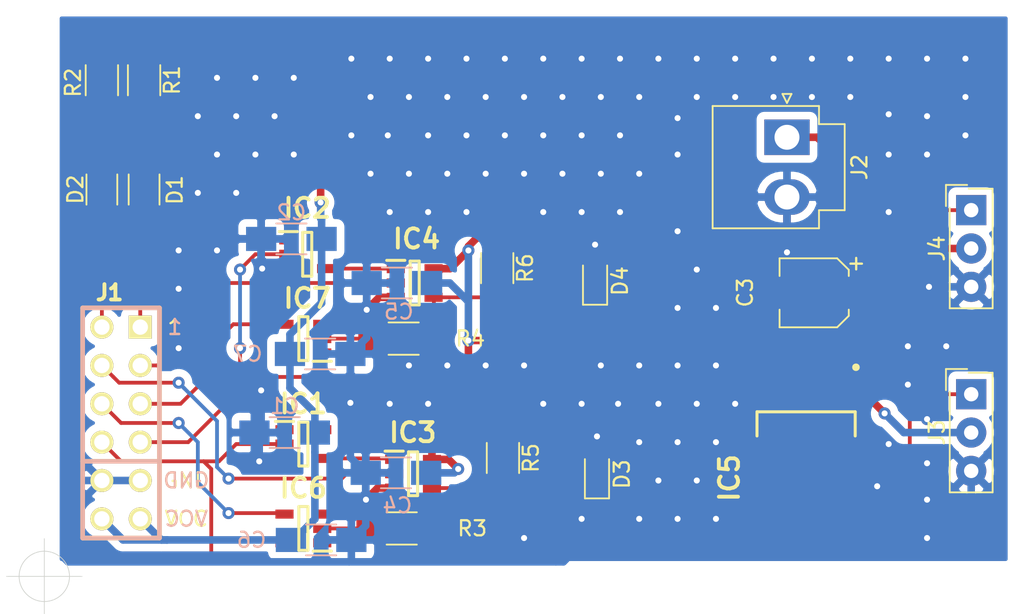
<source format=kicad_pcb>
(kicad_pcb (version 20171130) (host pcbnew "(5.1.2)-2")

  (general
    (thickness 1.6)
    (drawings 5)
    (tracks 364)
    (zones 0)
    (modules 28)
    (nets 21)
  )

  (page A4)
  (layers
    (0 F.Cu signal)
    (31 B.Cu signal)
    (32 B.Adhes user)
    (33 F.Adhes user)
    (34 B.Paste user)
    (35 F.Paste user)
    (36 B.SilkS user)
    (37 F.SilkS user)
    (38 B.Mask user)
    (39 F.Mask user)
    (40 Dwgs.User user)
    (41 Cmts.User user)
    (42 Eco1.User user)
    (43 Eco2.User user)
    (44 Edge.Cuts user)
    (45 Margin user)
    (46 B.CrtYd user)
    (47 F.CrtYd user)
    (48 B.Fab user)
    (49 F.Fab user)
  )

  (setup
    (last_trace_width 0.25)
    (trace_clearance 0.2)
    (zone_clearance 0.508)
    (zone_45_only no)
    (trace_min 0.1524)
    (via_size 0.8)
    (via_drill 0.4)
    (via_min_size 0.5)
    (via_min_drill 0.2)
    (uvia_size 0.3)
    (uvia_drill 0.1)
    (uvias_allowed no)
    (uvia_min_size 0.2)
    (uvia_min_drill 0.1)
    (edge_width 0.05)
    (segment_width 0.2)
    (pcb_text_width 0.3)
    (pcb_text_size 1.5 1.5)
    (mod_edge_width 0.12)
    (mod_text_size 1 1)
    (mod_text_width 0.15)
    (pad_size 1.524 1.524)
    (pad_drill 0.762)
    (pad_to_mask_clearance 0.051)
    (solder_mask_min_width 0.25)
    (aux_axis_origin 0 0)
    (grid_origin 69.85 100.33)
    (visible_elements 7FFFFFFF)
    (pcbplotparams
      (layerselection 0x010fc_ffffffff)
      (usegerberextensions false)
      (usegerberattributes false)
      (usegerberadvancedattributes false)
      (creategerberjobfile false)
      (excludeedgelayer true)
      (linewidth 0.100000)
      (plotframeref false)
      (viasonmask false)
      (mode 1)
      (useauxorigin false)
      (hpglpennumber 1)
      (hpglpenspeed 20)
      (hpglpendiameter 15.000000)
      (psnegative false)
      (psa4output false)
      (plotreference true)
      (plotvalue true)
      (plotinvisibletext false)
      (padsonsilk false)
      (subtractmaskfromsilk false)
      (outputformat 1)
      (mirror false)
      (drillshape 1)
      (scaleselection 1)
      (outputdirectory ""))
  )

  (net 0 "")
  (net 1 VCC)
  (net 2 VDDA)
  (net 3 +5V)
  (net 4 /LED0)
  (net 5 "Net-(D1-Pad2)")
  (net 6 "Net-(D2-Pad2)")
  (net 7 /LED1)
  (net 8 "Net-(D3-Pad1)")
  (net 9 "Net-(D4-Pad1)")
  (net 10 "Net-(IC1-Pad4)")
  (net 11 /EX_IN1)
  (net 12 /EN_IN0)
  (net 13 "Net-(IC2-Pad4)")
  (net 14 /TX_OUT1)
  (net 15 /TX_OUT0)
  (net 16 "Net-(IC6-Pad2)")
  (net 17 /RX_IN1)
  (net 18 "Net-(IC7-Pad2)")
  (net 19 /RX_IN0)
  (net 20 GND)

  (net_class Default "これはデフォルトのネット クラスです。"
    (clearance 0.2)
    (trace_width 0.25)
    (via_dia 0.8)
    (via_drill 0.4)
    (uvia_dia 0.3)
    (uvia_drill 0.1)
    (add_net /EN_IN0)
    (add_net /EX_IN1)
    (add_net /LED0)
    (add_net /LED1)
    (add_net /RX_IN0)
    (add_net /RX_IN1)
    (add_net /TX_OUT0)
    (add_net /TX_OUT1)
    (add_net "Net-(D1-Pad2)")
    (add_net "Net-(D2-Pad2)")
    (add_net "Net-(D3-Pad1)")
    (add_net "Net-(D4-Pad1)")
    (add_net "Net-(IC1-Pad4)")
    (add_net "Net-(IC2-Pad4)")
    (add_net "Net-(IC6-Pad2)")
    (add_net "Net-(IC7-Pad2)")
  )

  (net_class Bold ""
    (clearance 0.4)
    (trace_width 0.5)
    (via_dia 0.8)
    (via_drill 0.4)
    (uvia_dia 0.3)
    (uvia_drill 0.1)
    (add_net +5V)
    (add_net GND)
    (add_net VCC)
    (add_net VDDA)
  )

  (module Capacitors_SMD:C_1206_HandSoldering (layer B.Cu) (tedit 5D218EF6) (tstamp 5D206E32)
    (at 85.757 90.805 180)
    (descr "Capacitor SMD 1206, hand soldering")
    (tags "capacitor 1206")
    (path /5D2799FA)
    (attr smd)
    (fp_text reference C1 (at 0 1.75) (layer B.SilkS)
      (effects (font (size 1 1) (thickness 0.15)) (justify mirror))
    )
    (fp_text value 0.1u (at -12.319 32.639) (layer B.Fab) hide
      (effects (font (size 1 1) (thickness 0.15)) (justify mirror))
    )
    (fp_line (start 3.25 -1.05) (end -3.25 -1.05) (layer B.CrtYd) (width 0.05))
    (fp_line (start 3.25 -1.05) (end 3.25 1.05) (layer B.CrtYd) (width 0.05))
    (fp_line (start -3.25 1.05) (end -3.25 -1.05) (layer B.CrtYd) (width 0.05))
    (fp_line (start -3.25 1.05) (end 3.25 1.05) (layer B.CrtYd) (width 0.05))
    (fp_line (start -1 -1.02) (end 1 -1.02) (layer B.SilkS) (width 0.12))
    (fp_line (start 1 1.02) (end -1 1.02) (layer B.SilkS) (width 0.12))
    (fp_line (start -1.6 0.8) (end 1.6 0.8) (layer B.Fab) (width 0.1))
    (fp_line (start 1.6 0.8) (end 1.6 -0.8) (layer B.Fab) (width 0.1))
    (fp_line (start 1.6 -0.8) (end -1.6 -0.8) (layer B.Fab) (width 0.1))
    (fp_line (start -1.6 -0.8) (end -1.6 0.8) (layer B.Fab) (width 0.1))
    (fp_text user %R (at -11.684 36.449) (layer B.Fab) hide
      (effects (font (size 1 1) (thickness 0.15)) (justify mirror))
    )
    (pad 2 smd rect (at 2 0 180) (size 2 1.6) (layers B.Cu B.Paste B.Mask)
      (net 20 GND))
    (pad 1 smd rect (at -2 0 180) (size 2 1.6) (layers B.Cu B.Paste B.Mask)
      (net 1 VCC))
    (model Capacitors_SMD.3dshapes/C_1206.wrl
      (at (xyz 0 0 0))
      (scale (xyz 1 1 1))
      (rotate (xyz 0 0 0))
    )
  )

  (module Capacitors_SMD:C_1206_HandSoldering (layer B.Cu) (tedit 5D218E3E) (tstamp 5D21E6C0)
    (at 86.201 77.978 180)
    (descr "Capacitor SMD 1206, hand soldering")
    (tags "capacitor 1206")
    (path /5D27A4EF)
    (attr smd)
    (fp_text reference C2 (at 0 1.75) (layer B.SilkS)
      (effects (font (size 1 1) (thickness 0.15)) (justify mirror))
    )
    (fp_text value 0.1u (at -11.303 24.257) (layer B.Fab) hide
      (effects (font (size 1 1) (thickness 0.15)) (justify mirror))
    )
    (fp_text user %R (at -11.684 26.162) (layer B.Fab) hide
      (effects (font (size 1 1) (thickness 0.15)) (justify mirror))
    )
    (fp_line (start -1.6 -0.8) (end -1.6 0.8) (layer B.Fab) (width 0.1))
    (fp_line (start 1.6 -0.8) (end -1.6 -0.8) (layer B.Fab) (width 0.1))
    (fp_line (start 1.6 0.8) (end 1.6 -0.8) (layer B.Fab) (width 0.1))
    (fp_line (start -1.6 0.8) (end 1.6 0.8) (layer B.Fab) (width 0.1))
    (fp_line (start 1 1.02) (end -1 1.02) (layer B.SilkS) (width 0.12))
    (fp_line (start -1 -1.02) (end 1 -1.02) (layer B.SilkS) (width 0.12))
    (fp_line (start -3.25 1.05) (end 3.25 1.05) (layer B.CrtYd) (width 0.05))
    (fp_line (start -3.25 1.05) (end -3.25 -1.05) (layer B.CrtYd) (width 0.05))
    (fp_line (start 3.25 -1.05) (end 3.25 1.05) (layer B.CrtYd) (width 0.05))
    (fp_line (start 3.25 -1.05) (end -3.25 -1.05) (layer B.CrtYd) (width 0.05))
    (pad 1 smd rect (at -2 0 180) (size 2 1.6) (layers B.Cu B.Paste B.Mask)
      (net 1 VCC))
    (pad 2 smd rect (at 2 0 180) (size 2 1.6) (layers B.Cu B.Paste B.Mask)
      (net 20 GND))
    (model Capacitors_SMD.3dshapes/C_1206.wrl
      (at (xyz 0 0 0))
      (scale (xyz 1 1 1))
      (rotate (xyz 0 0 0))
    )
  )

  (module Capacitors_SMD:CP_Elec_4x4.5 (layer F.Cu) (tedit 58AA85E3) (tstamp 5D206E5F)
    (at 120.799 81.534 180)
    (descr "SMT capacitor, aluminium electrolytic, 4x4.5")
    (path /5D278C28)
    (attr smd)
    (fp_text reference C3 (at 4.572 0 270) (layer F.SilkS)
      (effects (font (size 1 1) (thickness 0.15)))
    )
    (fp_text value 0.33u (at -25.781 1.778 180) (layer F.Fab) hide
      (effects (font (size 1 1) (thickness 0.15)))
    )
    (fp_line (start 3.35 2.37) (end -3.35 2.37) (layer F.CrtYd) (width 0.05))
    (fp_line (start 3.35 2.37) (end 3.35 -2.4) (layer F.CrtYd) (width 0.05))
    (fp_line (start -3.35 -2.4) (end -3.35 2.37) (layer F.CrtYd) (width 0.05))
    (fp_line (start -3.35 -2.4) (end 3.35 -2.4) (layer F.CrtYd) (width 0.05))
    (fp_line (start -1.52 2.27) (end -2.29 1.51) (layer F.SilkS) (width 0.12))
    (fp_line (start -1.52 2.27) (end 2.29 2.27) (layer F.SilkS) (width 0.12))
    (fp_line (start -1.52 -2.3) (end -2.29 -1.54) (layer F.SilkS) (width 0.12))
    (fp_line (start -1.52 -2.3) (end 2.29 -2.3) (layer F.SilkS) (width 0.12))
    (fp_line (start -2.29 -1.54) (end -2.29 -1.13) (layer F.SilkS) (width 0.12))
    (fp_line (start -2.29 1.51) (end -2.29 1.1) (layer F.SilkS) (width 0.12))
    (fp_line (start 2.29 2.27) (end 2.29 1.1) (layer F.SilkS) (width 0.12))
    (fp_line (start 2.29 -2.3) (end 2.29 -1.13) (layer F.SilkS) (width 0.12))
    (fp_line (start 2.13 -2.15) (end -1.46 -2.15) (layer F.Fab) (width 0.1))
    (fp_line (start -1.46 -2.15) (end -2.13 -1.47) (layer F.Fab) (width 0.1))
    (fp_line (start -2.13 -1.47) (end -2.13 1.45) (layer F.Fab) (width 0.1))
    (fp_line (start -2.13 1.45) (end -1.46 2.12) (layer F.Fab) (width 0.1))
    (fp_line (start -1.46 2.12) (end 2.13 2.12) (layer F.Fab) (width 0.1))
    (fp_line (start 2.13 2.12) (end 2.13 -2.15) (layer F.Fab) (width 0.1))
    (fp_text user %R (at -24.257 0 180) (layer F.Fab) hide
      (effects (font (size 1 1) (thickness 0.15)))
    )
    (fp_text user + (at -2.78 1.99 180) (layer F.SilkS)
      (effects (font (size 1 1) (thickness 0.15)))
    )
    (fp_text user + (at -1.24 -0.08) (layer F.Fab)
      (effects (font (size 1 1) (thickness 0.15)))
    )
    (fp_circle (center 0 0) (end 0.1 2.1) (layer F.Fab) (width 0.1))
    (pad 2 smd rect (at 1.8 0) (size 2.6 1.6) (layers F.Cu F.Paste F.Mask)
      (net 20 GND))
    (pad 1 smd rect (at -1.8 0) (size 2.6 1.6) (layers F.Cu F.Paste F.Mask)
      (net 2 VDDA))
    (model Capacitors_SMD.3dshapes/CP_Elec_4x4.5.wrl
      (at (xyz 0 0 0))
      (scale (xyz 1 1 1))
      (rotate (xyz 0 0 180))
    )
  )

  (module Capacitors_SMD:C_1206_HandSoldering (layer B.Cu) (tedit 58AA84D1) (tstamp 5D21D8D6)
    (at 93.123 93.472 180)
    (descr "Capacitor SMD 1206, hand soldering")
    (tags "capacitor 1206")
    (path /5D2792C4)
    (attr smd)
    (fp_text reference C4 (at -0.095 -2.159) (layer B.SilkS)
      (effects (font (size 1 1) (thickness 0.15)) (justify mirror))
    )
    (fp_text value 0.1u (at -24.479 40.132) (layer B.Fab) hide
      (effects (font (size 1 1) (thickness 0.15)) (justify mirror))
    )
    (fp_line (start 3.25 -1.05) (end -3.25 -1.05) (layer B.CrtYd) (width 0.05))
    (fp_line (start 3.25 -1.05) (end 3.25 1.05) (layer B.CrtYd) (width 0.05))
    (fp_line (start -3.25 1.05) (end -3.25 -1.05) (layer B.CrtYd) (width 0.05))
    (fp_line (start -3.25 1.05) (end 3.25 1.05) (layer B.CrtYd) (width 0.05))
    (fp_line (start -1 -1.02) (end 1 -1.02) (layer B.SilkS) (width 0.12))
    (fp_line (start 1 1.02) (end -1 1.02) (layer B.SilkS) (width 0.12))
    (fp_line (start -1.6 0.8) (end 1.6 0.8) (layer B.Fab) (width 0.1))
    (fp_line (start 1.6 0.8) (end 1.6 -0.8) (layer B.Fab) (width 0.1))
    (fp_line (start 1.6 -0.8) (end -1.6 -0.8) (layer B.Fab) (width 0.1))
    (fp_line (start -1.6 -0.8) (end -1.6 0.8) (layer B.Fab) (width 0.1))
    (fp_text user %R (at -24.352 37.465) (layer B.Fab) hide
      (effects (font (size 1 1) (thickness 0.15)) (justify mirror))
    )
    (pad 2 smd rect (at 2 0 180) (size 2 1.6) (layers B.Cu B.Paste B.Mask)
      (net 20 GND))
    (pad 1 smd rect (at -2 0 180) (size 2 1.6) (layers B.Cu B.Paste B.Mask)
      (net 3 +5V))
    (model Capacitors_SMD.3dshapes/C_1206.wrl
      (at (xyz 0 0 0))
      (scale (xyz 1 1 1))
      (rotate (xyz 0 0 0))
    )
  )

  (module Capacitors_SMD:C_1206_HandSoldering (layer B.Cu) (tedit 5D218F7D) (tstamp 5D206E81)
    (at 93.186 80.899 180)
    (descr "Capacitor SMD 1206, hand soldering")
    (tags "capacitor 1206")
    (path /5D279D8F)
    (attr smd)
    (fp_text reference C5 (at -0.127 -1.905) (layer B.SilkS)
      (effects (font (size 1 1) (thickness 0.15)) (justify mirror))
    )
    (fp_text value 0.1u (at 21.685 32.639) (layer B.Fab) hide
      (effects (font (size 1 1) (thickness 0.15)) (justify mirror))
    )
    (fp_text user %R (at 21.558 35.687) (layer B.Fab) hide
      (effects (font (size 1 1) (thickness 0.15)) (justify mirror))
    )
    (fp_line (start -1.6 -0.8) (end -1.6 0.8) (layer B.Fab) (width 0.1))
    (fp_line (start 1.6 -0.8) (end -1.6 -0.8) (layer B.Fab) (width 0.1))
    (fp_line (start 1.6 0.8) (end 1.6 -0.8) (layer B.Fab) (width 0.1))
    (fp_line (start -1.6 0.8) (end 1.6 0.8) (layer B.Fab) (width 0.1))
    (fp_line (start 1 1.02) (end -1 1.02) (layer B.SilkS) (width 0.12))
    (fp_line (start -1 -1.02) (end 1 -1.02) (layer B.SilkS) (width 0.12))
    (fp_line (start -3.25 1.05) (end 3.25 1.05) (layer B.CrtYd) (width 0.05))
    (fp_line (start -3.25 1.05) (end -3.25 -1.05) (layer B.CrtYd) (width 0.05))
    (fp_line (start 3.25 -1.05) (end 3.25 1.05) (layer B.CrtYd) (width 0.05))
    (fp_line (start 3.25 -1.05) (end -3.25 -1.05) (layer B.CrtYd) (width 0.05))
    (pad 1 smd rect (at -2 0 180) (size 2 1.6) (layers B.Cu B.Paste B.Mask)
      (net 3 +5V))
    (pad 2 smd rect (at 2 0 180) (size 2 1.6) (layers B.Cu B.Paste B.Mask)
      (net 20 GND))
    (model Capacitors_SMD.3dshapes/C_1206.wrl
      (at (xyz 0 0 0))
      (scale (xyz 1 1 1))
      (rotate (xyz 0 0 0))
    )
  )

  (module Capacitors_SMD:C_1206_HandSoldering (layer B.Cu) (tedit 58AA84D1) (tstamp 5D206E92)
    (at 88.17 97.917)
    (descr "Capacitor SMD 1206, hand soldering")
    (tags "capacitor 1206")
    (path /5D27963F)
    (attr smd)
    (fp_text reference C6 (at -4.604 0) (layer B.SilkS)
      (effects (font (size 1 1) (thickness 0.15)) (justify mirror))
    )
    (fp_text value 0.1u (at 14.637 28.956) (layer B.Fab) hide
      (effects (font (size 1 1) (thickness 0.15)) (justify mirror))
    )
    (fp_text user %R (at 11.589 28.575) (layer B.Fab) hide
      (effects (font (size 1 1) (thickness 0.15)) (justify mirror))
    )
    (fp_line (start -1.6 -0.8) (end -1.6 0.8) (layer B.Fab) (width 0.1))
    (fp_line (start 1.6 -0.8) (end -1.6 -0.8) (layer B.Fab) (width 0.1))
    (fp_line (start 1.6 0.8) (end 1.6 -0.8) (layer B.Fab) (width 0.1))
    (fp_line (start -1.6 0.8) (end 1.6 0.8) (layer B.Fab) (width 0.1))
    (fp_line (start 1 1.02) (end -1 1.02) (layer B.SilkS) (width 0.12))
    (fp_line (start -1 -1.02) (end 1 -1.02) (layer B.SilkS) (width 0.12))
    (fp_line (start -3.25 1.05) (end 3.25 1.05) (layer B.CrtYd) (width 0.05))
    (fp_line (start -3.25 1.05) (end -3.25 -1.05) (layer B.CrtYd) (width 0.05))
    (fp_line (start 3.25 -1.05) (end 3.25 1.05) (layer B.CrtYd) (width 0.05))
    (fp_line (start 3.25 -1.05) (end -3.25 -1.05) (layer B.CrtYd) (width 0.05))
    (pad 1 smd rect (at -2 0) (size 2 1.6) (layers B.Cu B.Paste B.Mask)
      (net 1 VCC))
    (pad 2 smd rect (at 2 0) (size 2 1.6) (layers B.Cu B.Paste B.Mask)
      (net 20 GND))
    (model Capacitors_SMD.3dshapes/C_1206.wrl
      (at (xyz 0 0 0))
      (scale (xyz 1 1 1))
      (rotate (xyz 0 0 0))
    )
  )

  (module Capacitors_SMD:C_1206_HandSoldering (layer B.Cu) (tedit 58AA84D1) (tstamp 5D206EA3)
    (at 88.106 85.598)
    (descr "Capacitor SMD 1206, hand soldering")
    (tags "capacitor 1206")
    (path /5D27A136)
    (attr smd)
    (fp_text reference C7 (at -4.794 0) (layer B.SilkS)
      (effects (font (size 1 1) (thickness 0.15)) (justify mirror))
    )
    (fp_text value 0.1u (at -22.193 -32.766) (layer B.Fab) hide
      (effects (font (size 1 1) (thickness 0.15)) (justify mirror))
    )
    (fp_line (start 3.25 -1.05) (end -3.25 -1.05) (layer B.CrtYd) (width 0.05))
    (fp_line (start 3.25 -1.05) (end 3.25 1.05) (layer B.CrtYd) (width 0.05))
    (fp_line (start -3.25 1.05) (end -3.25 -1.05) (layer B.CrtYd) (width 0.05))
    (fp_line (start -3.25 1.05) (end 3.25 1.05) (layer B.CrtYd) (width 0.05))
    (fp_line (start -1 -1.02) (end 1 -1.02) (layer B.SilkS) (width 0.12))
    (fp_line (start 1 1.02) (end -1 1.02) (layer B.SilkS) (width 0.12))
    (fp_line (start -1.6 0.8) (end 1.6 0.8) (layer B.Fab) (width 0.1))
    (fp_line (start 1.6 0.8) (end 1.6 -0.8) (layer B.Fab) (width 0.1))
    (fp_line (start 1.6 -0.8) (end -1.6 -0.8) (layer B.Fab) (width 0.1))
    (fp_line (start -1.6 -0.8) (end -1.6 0.8) (layer B.Fab) (width 0.1))
    (fp_text user %R (at -25.876 -32.893) (layer B.Fab) hide
      (effects (font (size 1 1) (thickness 0.15)) (justify mirror))
    )
    (pad 2 smd rect (at 2 0) (size 2 1.6) (layers B.Cu B.Paste B.Mask)
      (net 20 GND))
    (pad 1 smd rect (at -2 0) (size 2 1.6) (layers B.Cu B.Paste B.Mask)
      (net 1 VCC))
    (model Capacitors_SMD.3dshapes/C_1206.wrl
      (at (xyz 0 0 0))
      (scale (xyz 1 1 1))
      (rotate (xyz 0 0 0))
    )
  )

  (module Capacitors_SMD:C_1206_HandSoldering (layer F.Cu) (tedit 5D218D21) (tstamp 5D218A66)
    (at 76.454 74.708 90)
    (descr "Capacitor SMD 1206, hand soldering")
    (tags "capacitor 1206")
    (path /5D25FAC9)
    (attr smd)
    (fp_text reference D1 (at -0.032 2.032 90) (layer F.SilkS)
      (effects (font (size 1 1) (thickness 0.15)))
    )
    (fp_text value LED (at -17.05 -33.147 90) (layer F.Fab) hide
      (effects (font (size 1 1) (thickness 0.15)))
    )
    (fp_text user %R (at -17.304 -36.322 90) (layer F.Fab) hide
      (effects (font (size 1 1) (thickness 0.15)))
    )
    (fp_line (start -1.6 0.8) (end -1.6 -0.8) (layer F.Fab) (width 0.1))
    (fp_line (start 1.6 0.8) (end -1.6 0.8) (layer F.Fab) (width 0.1))
    (fp_line (start 1.6 -0.8) (end 1.6 0.8) (layer F.Fab) (width 0.1))
    (fp_line (start -1.6 -0.8) (end 1.6 -0.8) (layer F.Fab) (width 0.1))
    (fp_line (start 1 -1.02) (end -1 -1.02) (layer F.SilkS) (width 0.12))
    (fp_line (start -1 1.02) (end 1 1.02) (layer F.SilkS) (width 0.12))
    (fp_line (start -3.25 -1.05) (end 3.25 -1.05) (layer F.CrtYd) (width 0.05))
    (fp_line (start -3.25 -1.05) (end -3.25 1.05) (layer F.CrtYd) (width 0.05))
    (fp_line (start 3.25 1.05) (end 3.25 -1.05) (layer F.CrtYd) (width 0.05))
    (fp_line (start 3.25 1.05) (end -3.25 1.05) (layer F.CrtYd) (width 0.05))
    (pad 1 smd rect (at -2 0 90) (size 2 1.6) (layers F.Cu F.Paste F.Mask)
      (net 4 /LED0))
    (pad 2 smd rect (at 2 0 90) (size 2 1.6) (layers F.Cu F.Paste F.Mask)
      (net 5 "Net-(D1-Pad2)"))
    (model Capacitors_SMD.3dshapes/C_1206.wrl
      (at (xyz 0 0 0))
      (scale (xyz 1 1 1))
      (rotate (xyz 0 0 0))
    )
  )

  (module Capacitors_SMD:C_1206_HandSoldering (layer F.Cu) (tedit 5D218D13) (tstamp 5D206EC5)
    (at 73.66 74.708 90)
    (descr "Capacitor SMD 1206, hand soldering")
    (tags "capacitor 1206")
    (path /5D2601DB)
    (attr smd)
    (fp_text reference D2 (at 0 -1.75 90) (layer F.SilkS)
      (effects (font (size 1 1) (thickness 0.15)))
    )
    (fp_text value LED (at -16.542 -34.29 90) (layer F.Fab) hide
      (effects (font (size 1 1) (thickness 0.15)))
    )
    (fp_line (start 3.25 1.05) (end -3.25 1.05) (layer F.CrtYd) (width 0.05))
    (fp_line (start 3.25 1.05) (end 3.25 -1.05) (layer F.CrtYd) (width 0.05))
    (fp_line (start -3.25 -1.05) (end -3.25 1.05) (layer F.CrtYd) (width 0.05))
    (fp_line (start -3.25 -1.05) (end 3.25 -1.05) (layer F.CrtYd) (width 0.05))
    (fp_line (start -1 1.02) (end 1 1.02) (layer F.SilkS) (width 0.12))
    (fp_line (start 1 -1.02) (end -1 -1.02) (layer F.SilkS) (width 0.12))
    (fp_line (start -1.6 -0.8) (end 1.6 -0.8) (layer F.Fab) (width 0.1))
    (fp_line (start 1.6 -0.8) (end 1.6 0.8) (layer F.Fab) (width 0.1))
    (fp_line (start 1.6 0.8) (end -1.6 0.8) (layer F.Fab) (width 0.1))
    (fp_line (start -1.6 0.8) (end -1.6 -0.8) (layer F.Fab) (width 0.1))
    (fp_text user %R (at -15.399 -36.957 90) (layer F.Fab) hide
      (effects (font (size 1 1) (thickness 0.15)))
    )
    (pad 2 smd rect (at 2 0 90) (size 2 1.6) (layers F.Cu F.Paste F.Mask)
      (net 6 "Net-(D2-Pad2)"))
    (pad 1 smd rect (at -2 0 90) (size 2 1.6) (layers F.Cu F.Paste F.Mask)
      (net 7 /LED1))
    (model Capacitors_SMD.3dshapes/C_1206.wrl
      (at (xyz 0 0 0))
      (scale (xyz 1 1 1))
      (rotate (xyz 0 0 0))
    )
  )

  (module Diodes_SMD:D_0805 (layer F.Cu) (tedit 590CE9A4) (tstamp 5D206EDD)
    (at 106.426 93.565 90)
    (descr "Diode SMD in 0805 package http://datasheets.avx.com/schottky.pdf")
    (tags "smd diode")
    (path /5D516412)
    (attr smd)
    (fp_text reference D3 (at 0 1.651 90) (layer F.SilkS)
      (effects (font (size 1 1) (thickness 0.15)))
    )
    (fp_text value D_Zener (at -26.831 -30.734 90) (layer F.Fab) hide
      (effects (font (size 1 1) (thickness 0.15)))
    )
    (fp_text user %R (at -24.799 -25.146 90) (layer F.Fab) hide
      (effects (font (size 1 1) (thickness 0.15)))
    )
    (fp_line (start -1.6 -0.8) (end -1.6 0.8) (layer F.SilkS) (width 0.12))
    (fp_line (start -1.7 0.88) (end -1.7 -0.88) (layer F.CrtYd) (width 0.05))
    (fp_line (start 1.7 0.88) (end -1.7 0.88) (layer F.CrtYd) (width 0.05))
    (fp_line (start 1.7 -0.88) (end 1.7 0.88) (layer F.CrtYd) (width 0.05))
    (fp_line (start -1.7 -0.88) (end 1.7 -0.88) (layer F.CrtYd) (width 0.05))
    (fp_line (start 0.2 0) (end 0.4 0) (layer F.Fab) (width 0.1))
    (fp_line (start -0.1 0) (end -0.3 0) (layer F.Fab) (width 0.1))
    (fp_line (start -0.1 -0.2) (end -0.1 0.2) (layer F.Fab) (width 0.1))
    (fp_line (start 0.2 0.2) (end 0.2 -0.2) (layer F.Fab) (width 0.1))
    (fp_line (start -0.1 0) (end 0.2 0.2) (layer F.Fab) (width 0.1))
    (fp_line (start 0.2 -0.2) (end -0.1 0) (layer F.Fab) (width 0.1))
    (fp_line (start -1 0.65) (end -1 -0.65) (layer F.Fab) (width 0.1))
    (fp_line (start 1 0.65) (end -1 0.65) (layer F.Fab) (width 0.1))
    (fp_line (start 1 -0.65) (end 1 0.65) (layer F.Fab) (width 0.1))
    (fp_line (start -1 -0.65) (end 1 -0.65) (layer F.Fab) (width 0.1))
    (fp_line (start -1.6 0.8) (end 1 0.8) (layer F.SilkS) (width 0.12))
    (fp_line (start -1.6 -0.8) (end 1 -0.8) (layer F.SilkS) (width 0.12))
    (pad 1 smd rect (at -1.05 0 90) (size 0.8 0.9) (layers F.Cu F.Paste F.Mask)
      (net 8 "Net-(D3-Pad1)"))
    (pad 2 smd rect (at 1.05 0 90) (size 0.8 0.9) (layers F.Cu F.Paste F.Mask)
      (net 20 GND))
    (model ${KISYS3DMOD}/Diodes_SMD.3dshapes/D_0805.wrl
      (at (xyz 0 0 0))
      (scale (xyz 1 1 1))
      (rotate (xyz 0 0 0))
    )
  )

  (module Diodes_SMD:D_0805 (layer F.Cu) (tedit 590CE9A4) (tstamp 5D21E969)
    (at 106.299 80.738 90)
    (descr "Diode SMD in 0805 package http://datasheets.avx.com/schottky.pdf")
    (tags "smd diode")
    (path /5D538D41)
    (attr smd)
    (fp_text reference D4 (at -0.034 1.651 90) (layer F.SilkS)
      (effects (font (size 1 1) (thickness 0.15)))
    )
    (fp_text value D_Zener (at 26.382 -9.144 90) (layer F.Fab) hide
      (effects (font (size 1 1) (thickness 0.15)))
    )
    (fp_line (start -1.6 -0.8) (end 1 -0.8) (layer F.SilkS) (width 0.12))
    (fp_line (start -1.6 0.8) (end 1 0.8) (layer F.SilkS) (width 0.12))
    (fp_line (start -1 -0.65) (end 1 -0.65) (layer F.Fab) (width 0.1))
    (fp_line (start 1 -0.65) (end 1 0.65) (layer F.Fab) (width 0.1))
    (fp_line (start 1 0.65) (end -1 0.65) (layer F.Fab) (width 0.1))
    (fp_line (start -1 0.65) (end -1 -0.65) (layer F.Fab) (width 0.1))
    (fp_line (start 0.2 -0.2) (end -0.1 0) (layer F.Fab) (width 0.1))
    (fp_line (start -0.1 0) (end 0.2 0.2) (layer F.Fab) (width 0.1))
    (fp_line (start 0.2 0.2) (end 0.2 -0.2) (layer F.Fab) (width 0.1))
    (fp_line (start -0.1 -0.2) (end -0.1 0.2) (layer F.Fab) (width 0.1))
    (fp_line (start -0.1 0) (end -0.3 0) (layer F.Fab) (width 0.1))
    (fp_line (start 0.2 0) (end 0.4 0) (layer F.Fab) (width 0.1))
    (fp_line (start -1.7 -0.88) (end 1.7 -0.88) (layer F.CrtYd) (width 0.05))
    (fp_line (start 1.7 -0.88) (end 1.7 0.88) (layer F.CrtYd) (width 0.05))
    (fp_line (start 1.7 0.88) (end -1.7 0.88) (layer F.CrtYd) (width 0.05))
    (fp_line (start -1.7 0.88) (end -1.7 -0.88) (layer F.CrtYd) (width 0.05))
    (fp_line (start -1.6 -0.8) (end -1.6 0.8) (layer F.SilkS) (width 0.12))
    (fp_text user %R (at 22.064 -6.604 90) (layer F.Fab) hide
      (effects (font (size 1 1) (thickness 0.15)))
    )
    (pad 2 smd rect (at 1.05 0 90) (size 0.8 0.9) (layers F.Cu F.Paste F.Mask)
      (net 20 GND))
    (pad 1 smd rect (at -1.05 0 90) (size 0.8 0.9) (layers F.Cu F.Paste F.Mask)
      (net 9 "Net-(D4-Pad1)"))
    (model ${KISYS3DMOD}/Diodes_SMD.3dshapes/D_0805.wrl
      (at (xyz 0 0 0))
      (scale (xyz 1 1 1))
      (rotate (xyz 0 0 0))
    )
  )

  (module LibraryLoader:SOT95P280X145-5N (layer F.Cu) (tedit 5D218EF0) (tstamp 5D206F0D)
    (at 86.995 91.567)
    (descr "DBV (R-PDSO-G5)")
    (tags "Integrated Circuit")
    (path /5D2273E1)
    (attr smd)
    (fp_text reference IC1 (at 0 -2.667) (layer F.SilkS)
      (effects (font (size 1.27 1.27) (thickness 0.254)))
    )
    (fp_text value SN74LV1T125DBVR (at -16.637 -37.846) (layer F.SilkS) hide
      (effects (font (size 1.27 1.27) (thickness 0.254)))
    )
    (fp_line (start -1.85 -1.5) (end -0.65 -1.5) (layer F.SilkS) (width 0.2))
    (fp_line (start -0.3 1.45) (end -0.3 -1.45) (layer F.SilkS) (width 0.2))
    (fp_line (start 0.3 1.45) (end -0.3 1.45) (layer F.SilkS) (width 0.2))
    (fp_line (start 0.3 -1.45) (end 0.3 1.45) (layer F.SilkS) (width 0.2))
    (fp_line (start -0.3 -1.45) (end 0.3 -1.45) (layer F.SilkS) (width 0.2))
    (fp_line (start -0.8 -0.5) (end 0.15 -1.45) (layer F.Fab) (width 0.1))
    (fp_line (start -0.8 1.45) (end -0.8 -1.45) (layer F.Fab) (width 0.1))
    (fp_line (start 0.8 1.45) (end -0.8 1.45) (layer F.Fab) (width 0.1))
    (fp_line (start 0.8 -1.45) (end 0.8 1.45) (layer F.Fab) (width 0.1))
    (fp_line (start -0.8 -1.45) (end 0.8 -1.45) (layer F.Fab) (width 0.1))
    (fp_line (start -2.1 1.775) (end -2.1 -1.775) (layer F.CrtYd) (width 0.05))
    (fp_line (start 2.1 1.775) (end -2.1 1.775) (layer F.CrtYd) (width 0.05))
    (fp_line (start 2.1 -1.775) (end 2.1 1.775) (layer F.CrtYd) (width 0.05))
    (fp_line (start -2.1 -1.775) (end 2.1 -1.775) (layer F.CrtYd) (width 0.05))
    (fp_text user %R (at -25.146 -44.45) (layer F.Fab) hide
      (effects (font (size 1.27 1.27) (thickness 0.254)))
    )
    (pad 5 smd rect (at 1.25 -0.95 90) (size 0.6 1.2) (layers F.Cu F.Paste F.Mask)
      (net 1 VCC))
    (pad 4 smd rect (at 1.25 0.95 90) (size 0.6 1.2) (layers F.Cu F.Paste F.Mask)
      (net 10 "Net-(IC1-Pad4)"))
    (pad 3 smd rect (at -1.25 0.95 90) (size 0.6 1.2) (layers F.Cu F.Paste F.Mask)
      (net 20 GND))
    (pad 2 smd rect (at -1.25 0 90) (size 0.6 1.2) (layers F.Cu F.Paste F.Mask)
      (net 11 /EX_IN1))
    (pad 1 smd rect (at -1.25 -0.95 90) (size 0.6 1.2) (layers F.Cu F.Paste F.Mask))
    (model "C:\\Users	akagiwa\\Documents\\PCBPartLibrary\\SamacSys_Parts.3dshapes\\SN74LV1T125DBVR.stp"
      (at (xyz 0 0 0))
      (scale (xyz 1 1 1))
      (rotate (xyz 0 0 0))
    )
  )

  (module LibraryLoader:SOT95P280X145-5N (layer F.Cu) (tedit 5D218E8A) (tstamp 5D206F25)
    (at 87.249 78.994)
    (descr "DBV (R-PDSO-G5)")
    (tags "Integrated Circuit")
    (path /5D227C49)
    (attr smd)
    (fp_text reference IC2 (at 0 -3.048) (layer F.SilkS)
      (effects (font (size 1.27 1.27) (thickness 0.254)))
    )
    (fp_text value SN74LV1T125DBVR (at -16.256 -25.019) (layer F.SilkS) hide
      (effects (font (size 1.27 1.27) (thickness 0.254)))
    )
    (fp_text user %R (at -23.495 -27.051) (layer F.Fab) hide
      (effects (font (size 1.27 1.27) (thickness 0.254)))
    )
    (fp_line (start -2.1 -1.775) (end 2.1 -1.775) (layer F.CrtYd) (width 0.05))
    (fp_line (start 2.1 -1.775) (end 2.1 1.775) (layer F.CrtYd) (width 0.05))
    (fp_line (start 2.1 1.775) (end -2.1 1.775) (layer F.CrtYd) (width 0.05))
    (fp_line (start -2.1 1.775) (end -2.1 -1.775) (layer F.CrtYd) (width 0.05))
    (fp_line (start -0.8 -1.45) (end 0.8 -1.45) (layer F.Fab) (width 0.1))
    (fp_line (start 0.8 -1.45) (end 0.8 1.45) (layer F.Fab) (width 0.1))
    (fp_line (start 0.8 1.45) (end -0.8 1.45) (layer F.Fab) (width 0.1))
    (fp_line (start -0.8 1.45) (end -0.8 -1.45) (layer F.Fab) (width 0.1))
    (fp_line (start -0.8 -0.5) (end 0.15 -1.45) (layer F.Fab) (width 0.1))
    (fp_line (start -0.3 -1.45) (end 0.3 -1.45) (layer F.SilkS) (width 0.2))
    (fp_line (start 0.3 -1.45) (end 0.3 1.45) (layer F.SilkS) (width 0.2))
    (fp_line (start 0.3 1.45) (end -0.3 1.45) (layer F.SilkS) (width 0.2))
    (fp_line (start -0.3 1.45) (end -0.3 -1.45) (layer F.SilkS) (width 0.2))
    (fp_line (start -1.85 -1.5) (end -0.65 -1.5) (layer F.SilkS) (width 0.2))
    (pad 1 smd rect (at -1.25 -0.95 90) (size 0.6 1.2) (layers F.Cu F.Paste F.Mask))
    (pad 2 smd rect (at -1.25 0 90) (size 0.6 1.2) (layers F.Cu F.Paste F.Mask)
      (net 12 /EN_IN0))
    (pad 3 smd rect (at -1.25 0.95 90) (size 0.6 1.2) (layers F.Cu F.Paste F.Mask)
      (net 20 GND))
    (pad 4 smd rect (at 1.25 0.95 90) (size 0.6 1.2) (layers F.Cu F.Paste F.Mask)
      (net 13 "Net-(IC2-Pad4)"))
    (pad 5 smd rect (at 1.25 -0.95 90) (size 0.6 1.2) (layers F.Cu F.Paste F.Mask)
      (net 1 VCC))
    (model "C:\\Users	akagiwa\\Documents\\PCBPartLibrary\\SamacSys_Parts.3dshapes\\SN74LV1T125DBVR.stp"
      (at (xyz 0 0 0))
      (scale (xyz 1 1 1))
      (rotate (xyz 0 0 0))
    )
  )

  (module LibraryLoader:SOT95P280X145-5N (layer F.Cu) (tedit 0) (tstamp 5D206F3D)
    (at 94.254 93.533)
    (descr "DBV (R-PDSO-G5)")
    (tags "Integrated Circuit")
    (path /5D225908)
    (attr smd)
    (fp_text reference IC3 (at -0.02 -2.728) (layer F.SilkS)
      (effects (font (size 1.27 1.27) (thickness 0.254)))
    )
    (fp_text value SN74LV1T125DBVR (at -24.658 22.291) (layer F.SilkS) hide
      (effects (font (size 1.27 1.27) (thickness 0.254)))
    )
    (fp_line (start -1.85 -1.5) (end -0.65 -1.5) (layer F.SilkS) (width 0.2))
    (fp_line (start -0.3 1.45) (end -0.3 -1.45) (layer F.SilkS) (width 0.2))
    (fp_line (start 0.3 1.45) (end -0.3 1.45) (layer F.SilkS) (width 0.2))
    (fp_line (start 0.3 -1.45) (end 0.3 1.45) (layer F.SilkS) (width 0.2))
    (fp_line (start -0.3 -1.45) (end 0.3 -1.45) (layer F.SilkS) (width 0.2))
    (fp_line (start -0.8 -0.5) (end 0.15 -1.45) (layer F.Fab) (width 0.1))
    (fp_line (start -0.8 1.45) (end -0.8 -1.45) (layer F.Fab) (width 0.1))
    (fp_line (start 0.8 1.45) (end -0.8 1.45) (layer F.Fab) (width 0.1))
    (fp_line (start 0.8 -1.45) (end 0.8 1.45) (layer F.Fab) (width 0.1))
    (fp_line (start -0.8 -1.45) (end 0.8 -1.45) (layer F.Fab) (width 0.1))
    (fp_line (start -2.1 1.775) (end -2.1 -1.775) (layer F.CrtYd) (width 0.05))
    (fp_line (start 2.1 1.775) (end -2.1 1.775) (layer F.CrtYd) (width 0.05))
    (fp_line (start 2.1 -1.775) (end 2.1 1.775) (layer F.CrtYd) (width 0.05))
    (fp_line (start -2.1 -1.775) (end 2.1 -1.775) (layer F.CrtYd) (width 0.05))
    (fp_text user %R (at -32.151 24.958) (layer F.Fab) hide
      (effects (font (size 1.27 1.27) (thickness 0.254)))
    )
    (pad 5 smd rect (at 1.25 -0.95 90) (size 0.6 1.2) (layers F.Cu F.Paste F.Mask)
      (net 3 +5V))
    (pad 4 smd rect (at 1.25 0.95 90) (size 0.6 1.2) (layers F.Cu F.Paste F.Mask)
      (net 8 "Net-(D3-Pad1)"))
    (pad 3 smd rect (at -1.25 0.95 90) (size 0.6 1.2) (layers F.Cu F.Paste F.Mask)
      (net 20 GND))
    (pad 2 smd rect (at -1.25 0 90) (size 0.6 1.2) (layers F.Cu F.Paste F.Mask)
      (net 14 /TX_OUT1))
    (pad 1 smd rect (at -1.25 -0.95 90) (size 0.6 1.2) (layers F.Cu F.Paste F.Mask)
      (net 10 "Net-(IC1-Pad4)"))
    (model "C:\\Users	akagiwa\\Documents\\PCBPartLibrary\\SamacSys_Parts.3dshapes\\SN74LV1T125DBVR.stp"
      (at (xyz 0 0 0))
      (scale (xyz 1 1 1))
      (rotate (xyz 0 0 0))
    )
  )

  (module LibraryLoader:SOT95P280X145-5N (layer F.Cu) (tedit 5D218F2C) (tstamp 5D207AD4)
    (at 94.361 80.899)
    (descr "DBV (R-PDSO-G5)")
    (tags "Integrated Circuit")
    (path /5D226845)
    (attr smd)
    (fp_text reference IC4 (at 0.127 -2.921) (layer F.SilkS)
      (effects (font (size 1.27 1.27) (thickness 0.254)))
    )
    (fp_text value SN74LV1T125DBVR (at -7.366 -31.623) (layer F.SilkS) hide
      (effects (font (size 1.27 1.27) (thickness 0.254)))
    )
    (fp_line (start -1.85 -1.5) (end -0.65 -1.5) (layer F.SilkS) (width 0.2))
    (fp_line (start -0.3 1.45) (end -0.3 -1.45) (layer F.SilkS) (width 0.2))
    (fp_line (start 0.3 1.45) (end -0.3 1.45) (layer F.SilkS) (width 0.2))
    (fp_line (start 0.3 -1.45) (end 0.3 1.45) (layer F.SilkS) (width 0.2))
    (fp_line (start -0.3 -1.45) (end 0.3 -1.45) (layer F.SilkS) (width 0.2))
    (fp_line (start -0.8 -0.5) (end 0.15 -1.45) (layer F.Fab) (width 0.1))
    (fp_line (start -0.8 1.45) (end -0.8 -1.45) (layer F.Fab) (width 0.1))
    (fp_line (start 0.8 1.45) (end -0.8 1.45) (layer F.Fab) (width 0.1))
    (fp_line (start 0.8 -1.45) (end 0.8 1.45) (layer F.Fab) (width 0.1))
    (fp_line (start -0.8 -1.45) (end 0.8 -1.45) (layer F.Fab) (width 0.1))
    (fp_line (start -2.1 1.775) (end -2.1 -1.775) (layer F.CrtYd) (width 0.05))
    (fp_line (start 2.1 1.775) (end -2.1 1.775) (layer F.CrtYd) (width 0.05))
    (fp_line (start 2.1 -1.775) (end 2.1 1.775) (layer F.CrtYd) (width 0.05))
    (fp_line (start -2.1 -1.775) (end 2.1 -1.775) (layer F.CrtYd) (width 0.05))
    (fp_text user %R (at -14.859 -29.083) (layer F.Fab) hide
      (effects (font (size 1.27 1.27) (thickness 0.254)))
    )
    (pad 5 smd rect (at 1.25 -0.95 90) (size 0.6 1.2) (layers F.Cu F.Paste F.Mask)
      (net 3 +5V))
    (pad 4 smd rect (at 1.25 0.95 90) (size 0.6 1.2) (layers F.Cu F.Paste F.Mask)
      (net 9 "Net-(D4-Pad1)"))
    (pad 3 smd rect (at -1.25 0.95 90) (size 0.6 1.2) (layers F.Cu F.Paste F.Mask)
      (net 20 GND))
    (pad 2 smd rect (at -1.25 0 90) (size 0.6 1.2) (layers F.Cu F.Paste F.Mask)
      (net 15 /TX_OUT0))
    (pad 1 smd rect (at -1.25 -0.95 90) (size 0.6 1.2) (layers F.Cu F.Paste F.Mask)
      (net 13 "Net-(IC2-Pad4)"))
    (model "C:\\Users	akagiwa\\Documents\\PCBPartLibrary\\SamacSys_Parts.3dshapes\\SN74LV1T125DBVR.stp"
      (at (xyz 0 0 0))
      (scale (xyz 1 1 1))
      (rotate (xyz 0 0 0))
    )
  )

  (module LibraryLoader:TO229P990X238-4N (layer F.Cu) (tedit 0) (tstamp 5D21DEF4)
    (at 120.265 91.78 270)
    (descr DPAK-3)
    (tags "Integrated Circuit")
    (path /5D2534B8)
    (attr smd)
    (fp_text reference IC5 (at 2.032 5.08 90) (layer F.SilkS)
      (effects (font (size 1.27 1.27) (thickness 0.254)))
    )
    (fp_text value MC7805CDTRKG (at -3.175 -28.702 90) (layer F.SilkS) hide
      (effects (font (size 1.27 1.27) (thickness 0.254)))
    )
    (fp_text user %R (at 4.826 -25.527 90) (layer F.Fab) hide
      (effects (font (size 1.27 1.27) (thickness 0.254)))
    )
    (fp_line (start -2.095 3.365) (end 4.125 3.365) (layer F.CrtYd) (width 0.001))
    (fp_line (start 4.125 3.365) (end 4.125 -3.365) (layer F.CrtYd) (width 0.001))
    (fp_line (start 4.125 -3.365) (end -2.095 -3.365) (layer F.CrtYd) (width 0.001))
    (fp_line (start -2.095 -3.365) (end -2.095 3.365) (layer F.CrtYd) (width 0.001))
    (fp_line (start -5.85 3.65) (end 5.85 3.65) (layer F.CrtYd) (width 0.05))
    (fp_line (start 5.85 3.65) (end 5.85 -3.65) (layer F.CrtYd) (width 0.05))
    (fp_line (start 5.85 -3.65) (end -5.85 -3.65) (layer F.CrtYd) (width 0.05))
    (fp_line (start -5.85 -3.65) (end -5.85 3.65) (layer F.CrtYd) (width 0.05))
    (fp_line (start 0 0.5) (end 0 -0.5) (layer F.CrtYd) (width 0.05))
    (fp_line (start -0.5 0) (end 0.5 0) (layer F.CrtYd) (width 0.05))
    (fp_line (start -2.032 3.27) (end 4.062 3.27) (layer F.Fab) (width 0.1))
    (fp_line (start 4.062 3.27) (end 4.062 -3.27) (layer F.Fab) (width 0.1))
    (fp_line (start 4.062 -3.27) (end -2.032 -3.27) (layer F.Fab) (width 0.1))
    (fp_line (start -2.032 -3.27) (end -2.032 3.27) (layer F.Fab) (width 0.1))
    (fp_line (start 4.062 2.508) (end 4.356 2.508) (layer F.Fab) (width 0.1))
    (fp_line (start 4.356 2.508) (end 4.952 1.846) (layer F.Fab) (width 0.1))
    (fp_line (start 4.952 1.846) (end 4.952 -1.847) (layer F.Fab) (width 0.1))
    (fp_line (start 4.952 -1.847) (end 4.356 -2.508) (layer F.Fab) (width 0.1))
    (fp_line (start 4.356 -2.508) (end 4.062 -2.508) (layer F.Fab) (width 0.1))
    (fp_line (start -0.75 3.25) (end -2.35 3.25) (layer F.SilkS) (width 0.2))
    (fp_line (start -2.35 3.25) (end -2.35 -3.25) (layer F.SilkS) (width 0.2))
    (fp_line (start -2.35 -3.25) (end -0.75 -3.25) (layer F.SilkS) (width 0.2))
    (fp_circle (center -5.3 -3.3) (end -5.3 -3.175) (layer F.SilkS) (width 0.25))
    (pad 1 smd rect (at -4.15 -2.29) (size 1 2.85) (layers F.Cu F.Paste F.Mask)
      (net 2 VDDA))
    (pad 2 smd rect (at -4.15 0) (size 1 2.85) (layers F.Cu F.Paste F.Mask)
      (net 20 GND))
    (pad 3 smd rect (at -4.15 2.29) (size 1 2.85) (layers F.Cu F.Paste F.Mask)
      (net 3 +5V))
    (pad 4 smd rect (at 2.6 0) (size 5.55 5.95) (layers F.Cu F.Paste F.Mask)
      (net 20 GND))
  )

  (module LibraryLoader:SOT95P280X145-5N (layer F.Cu) (tedit 0) (tstamp 5D21DB5D)
    (at 86.995 97.155 180)
    (descr "DBV (R-PDSO-G5)")
    (tags "Integrated Circuit")
    (path /5D226099)
    (attr smd)
    (fp_text reference IC6 (at 0 2.667) (layer F.SilkS)
      (effects (font (size 1.27 1.27) (thickness 0.254)))
    )
    (fp_text value SN74LV1T125DBVR (at 17.78 -27.432) (layer F.SilkS) hide
      (effects (font (size 1.27 1.27) (thickness 0.254)))
    )
    (fp_text user %R (at 25.146 -29.464) (layer F.Fab) hide
      (effects (font (size 1.27 1.27) (thickness 0.254)))
    )
    (fp_line (start -2.1 -1.775) (end 2.1 -1.775) (layer F.CrtYd) (width 0.05))
    (fp_line (start 2.1 -1.775) (end 2.1 1.775) (layer F.CrtYd) (width 0.05))
    (fp_line (start 2.1 1.775) (end -2.1 1.775) (layer F.CrtYd) (width 0.05))
    (fp_line (start -2.1 1.775) (end -2.1 -1.775) (layer F.CrtYd) (width 0.05))
    (fp_line (start -0.8 -1.45) (end 0.8 -1.45) (layer F.Fab) (width 0.1))
    (fp_line (start 0.8 -1.45) (end 0.8 1.45) (layer F.Fab) (width 0.1))
    (fp_line (start 0.8 1.45) (end -0.8 1.45) (layer F.Fab) (width 0.1))
    (fp_line (start -0.8 1.45) (end -0.8 -1.45) (layer F.Fab) (width 0.1))
    (fp_line (start -0.8 -0.5) (end 0.15 -1.45) (layer F.Fab) (width 0.1))
    (fp_line (start -0.3 -1.45) (end 0.3 -1.45) (layer F.SilkS) (width 0.2))
    (fp_line (start 0.3 -1.45) (end 0.3 1.45) (layer F.SilkS) (width 0.2))
    (fp_line (start 0.3 1.45) (end -0.3 1.45) (layer F.SilkS) (width 0.2))
    (fp_line (start -0.3 1.45) (end -0.3 -1.45) (layer F.SilkS) (width 0.2))
    (fp_line (start -1.85 -1.5) (end -0.65 -1.5) (layer F.SilkS) (width 0.2))
    (pad 1 smd rect (at -1.25 -0.95 270) (size 0.6 1.2) (layers F.Cu F.Paste F.Mask)
      (net 11 /EX_IN1))
    (pad 2 smd rect (at -1.25 0 270) (size 0.6 1.2) (layers F.Cu F.Paste F.Mask)
      (net 16 "Net-(IC6-Pad2)"))
    (pad 3 smd rect (at -1.25 0.95 270) (size 0.6 1.2) (layers F.Cu F.Paste F.Mask)
      (net 20 GND))
    (pad 4 smd rect (at 1.25 0.95 270) (size 0.6 1.2) (layers F.Cu F.Paste F.Mask)
      (net 17 /RX_IN1))
    (pad 5 smd rect (at 1.25 -0.95 270) (size 0.6 1.2) (layers F.Cu F.Paste F.Mask)
      (net 1 VCC))
    (model "C:\\Users	akagiwa\\Documents\\PCBPartLibrary\\SamacSys_Parts.3dshapes\\SN74LV1T125DBVR.stp"
      (at (xyz 0 0 0))
      (scale (xyz 1 1 1))
      (rotate (xyz 0 0 0))
    )
  )

  (module LibraryLoader:SOT95P280X145-5N (layer F.Cu) (tedit 0) (tstamp 5D206FA5)
    (at 86.995 84.582 180)
    (descr "DBV (R-PDSO-G5)")
    (tags "Integrated Circuit")
    (path /5D226EE2)
    (attr smd)
    (fp_text reference IC7 (at -0.254 2.667) (layer F.SilkS)
      (effects (font (size 1.27 1.27) (thickness 0.254)))
    )
    (fp_text value SN74LV1T125DBVR (at -22.479 36.322) (layer F.SilkS) hide
      (effects (font (size 1.27 1.27) (thickness 0.254)))
    )
    (fp_text user %R (at -15.367 33.782) (layer F.Fab) hide
      (effects (font (size 1.27 1.27) (thickness 0.254)))
    )
    (fp_line (start -2.1 -1.775) (end 2.1 -1.775) (layer F.CrtYd) (width 0.05))
    (fp_line (start 2.1 -1.775) (end 2.1 1.775) (layer F.CrtYd) (width 0.05))
    (fp_line (start 2.1 1.775) (end -2.1 1.775) (layer F.CrtYd) (width 0.05))
    (fp_line (start -2.1 1.775) (end -2.1 -1.775) (layer F.CrtYd) (width 0.05))
    (fp_line (start -0.8 -1.45) (end 0.8 -1.45) (layer F.Fab) (width 0.1))
    (fp_line (start 0.8 -1.45) (end 0.8 1.45) (layer F.Fab) (width 0.1))
    (fp_line (start 0.8 1.45) (end -0.8 1.45) (layer F.Fab) (width 0.1))
    (fp_line (start -0.8 1.45) (end -0.8 -1.45) (layer F.Fab) (width 0.1))
    (fp_line (start -0.8 -0.5) (end 0.15 -1.45) (layer F.Fab) (width 0.1))
    (fp_line (start -0.3 -1.45) (end 0.3 -1.45) (layer F.SilkS) (width 0.2))
    (fp_line (start 0.3 -1.45) (end 0.3 1.45) (layer F.SilkS) (width 0.2))
    (fp_line (start 0.3 1.45) (end -0.3 1.45) (layer F.SilkS) (width 0.2))
    (fp_line (start -0.3 1.45) (end -0.3 -1.45) (layer F.SilkS) (width 0.2))
    (fp_line (start -1.85 -1.5) (end -0.65 -1.5) (layer F.SilkS) (width 0.2))
    (pad 1 smd rect (at -1.25 -0.95 270) (size 0.6 1.2) (layers F.Cu F.Paste F.Mask)
      (net 12 /EN_IN0))
    (pad 2 smd rect (at -1.25 0 270) (size 0.6 1.2) (layers F.Cu F.Paste F.Mask)
      (net 18 "Net-(IC7-Pad2)"))
    (pad 3 smd rect (at -1.25 0.95 270) (size 0.6 1.2) (layers F.Cu F.Paste F.Mask)
      (net 20 GND))
    (pad 4 smd rect (at 1.25 0.95 270) (size 0.6 1.2) (layers F.Cu F.Paste F.Mask)
      (net 19 /RX_IN0))
    (pad 5 smd rect (at 1.25 -0.95 270) (size 0.6 1.2) (layers F.Cu F.Paste F.Mask)
      (net 1 VCC))
    (model "C:\\Users	akagiwa\\Documents\\PCBPartLibrary\\SamacSys_Parts.3dshapes\\SN74LV1T125DBVR.stp"
      (at (xyz 0 0 0))
      (scale (xyz 1 1 1))
      (rotate (xyz 0 0 0))
    )
  )

  (module Connectors_JST:JST_VH_B2P-VH_2x3.96mm_Vertical (layer F.Cu) (tedit 59DBB0EC) (tstamp 5D206FF1)
    (at 118.999 71.247 270)
    (descr "JST VH series connector, B2P-VH, 3.96mm pitch, top entry type, through hole")
    (tags "connector jst vh vertical")
    (path /5D2222D1)
    (fp_text reference J2 (at 1.98 -4.8 90) (layer F.SilkS)
      (effects (font (size 1 1) (thickness 0.15)))
    )
    (fp_text value Conn_01x02 (at 2.54 -26.67 90) (layer F.Fab) hide
      (effects (font (size 1 1) (thickness 0.15)))
    )
    (fp_text user %R (at 1.98 2.5 90) (layer F.Fab)
      (effects (font (size 1 1) (thickness 0.15)))
    )
    (fp_line (start -2.87 -0.3) (end -2.27 0) (layer F.SilkS) (width 0.12))
    (fp_line (start -2.87 0.3) (end -2.87 -0.3) (layer F.SilkS) (width 0.12))
    (fp_line (start -2.27 0) (end -2.87 0.3) (layer F.SilkS) (width 0.12))
    (fp_line (start 6.03 4.92) (end -2.07 4.92) (layer F.SilkS) (width 0.12))
    (fp_line (start 6.03 -2.12) (end 6.03 4.92) (layer F.SilkS) (width 0.12))
    (fp_line (start 4.83 -2.12) (end 6.03 -2.12) (layer F.SilkS) (width 0.12))
    (fp_line (start 4.83 -3.82) (end 4.83 -2.12) (layer F.SilkS) (width 0.12))
    (fp_line (start -0.87 -3.82) (end 4.83 -3.82) (layer F.SilkS) (width 0.12))
    (fp_line (start -0.87 -2.12) (end -0.87 -3.82) (layer F.SilkS) (width 0.12))
    (fp_line (start -2.07 -2.12) (end -0.87 -2.12) (layer F.SilkS) (width 0.12))
    (fp_line (start -2.07 4.92) (end -2.07 -2.12) (layer F.SilkS) (width 0.12))
    (fp_line (start 6.41 -4.2) (end -2.45 -4.2) (layer F.CrtYd) (width 0.05))
    (fp_line (start 6.41 5.3) (end 6.41 -4.2) (layer F.CrtYd) (width 0.05))
    (fp_line (start -2.45 5.3) (end 6.41 5.3) (layer F.CrtYd) (width 0.05))
    (fp_line (start -2.45 -4.2) (end -2.45 5.3) (layer F.CrtYd) (width 0.05))
    (fp_line (start -1.95 1) (end -0.95 0) (layer F.Fab) (width 0.1))
    (fp_line (start -1.95 -1) (end -0.95 0) (layer F.Fab) (width 0.1))
    (fp_line (start 4.71 -3.7) (end 4.71 -2) (layer F.Fab) (width 0.1))
    (fp_line (start -0.75 -3.7) (end 4.71 -3.7) (layer F.Fab) (width 0.1))
    (fp_line (start -0.75 -2) (end -0.75 -3.7) (layer F.Fab) (width 0.1))
    (fp_line (start 5.91 -2) (end -1.95 -2) (layer F.Fab) (width 0.1))
    (fp_line (start 5.91 4.8) (end 5.91 -2) (layer F.Fab) (width 0.1))
    (fp_line (start -1.95 4.8) (end 5.91 4.8) (layer F.Fab) (width 0.1))
    (fp_line (start -1.95 -2) (end -1.95 4.8) (layer F.Fab) (width 0.1))
    (pad 2 thru_hole oval (at 3.96 0 270) (size 2.35 3) (drill 1.65) (layers *.Cu *.Mask)
      (net 20 GND))
    (pad 1 thru_hole rect (at 0 0 270) (size 2.35 3) (drill 1.65) (layers *.Cu *.Mask)
      (net 2 VDDA))
    (model ${KISYS3DMOD}/Connectors_JST.3dshapes/JST_VH_B2P-VH_2x3.96mm_Vertical.wrl
      (at (xyz 0 0 0))
      (scale (xyz 1 1 1))
      (rotate (xyz 0 0 0))
    )
  )

  (module Connectors_Samtec:SL-103-X-XX_1x03 (layer F.Cu) (tedit 590274D5) (tstamp 5D21E31D)
    (at 131.191 88.265)
    (descr "Low profile, screw machine socket strip, through hole, 100mil / 2.54mm pitch")
    (tags "samtec socket strip tht single")
    (path /5D221157)
    (fp_text reference J3 (at -2.27 2.54 90) (layer F.SilkS)
      (effects (font (size 1 1) (thickness 0.15)))
    )
    (fp_text value Conn_01x03 (at 15.24 1.27 90) (layer F.Fab) hide
      (effects (font (size 1 1) (thickness 0.15)))
    )
    (fp_line (start -0.17 -1.42) (end 1.42 -1.42) (layer F.SilkS) (width 0.12))
    (fp_line (start 1.42 -1.42) (end 1.42 6.5) (layer F.SilkS) (width 0.12))
    (fp_line (start 1.42 6.5) (end -1.42 6.5) (layer F.SilkS) (width 0.12))
    (fp_line (start -1.42 6.5) (end -1.42 -0.17) (layer F.SilkS) (width 0.12))
    (fp_line (start -0.27 -1.67) (end -1.67 -1.67) (layer F.SilkS) (width 0.12))
    (fp_line (start -1.67 -1.67) (end -1.67 -0.27) (layer F.SilkS) (width 0.12))
    (fp_line (start -0.27 -1.67) (end -1.67 -1.67) (layer F.Fab) (width 0.1))
    (fp_line (start -1.67 -1.67) (end -1.67 -0.27) (layer F.Fab) (width 0.1))
    (fp_line (start -1.27 -1.27) (end -1.27 6.35) (layer F.Fab) (width 0.1))
    (fp_line (start -1.27 6.35) (end 1.27 6.35) (layer F.Fab) (width 0.1))
    (fp_line (start 1.27 6.35) (end 1.27 -1.27) (layer F.Fab) (width 0.1))
    (fp_line (start 1.27 -1.27) (end -1.27 -1.27) (layer F.Fab) (width 0.1))
    (fp_line (start -1.77 -1.77) (end -1.77 6.85) (layer F.CrtYd) (width 0.05))
    (fp_line (start -1.77 6.85) (end 1.77 6.85) (layer F.CrtYd) (width 0.05))
    (fp_line (start 1.77 6.85) (end 1.77 -1.77) (layer F.CrtYd) (width 0.05))
    (fp_line (start 1.77 -1.77) (end -1.77 -1.77) (layer F.CrtYd) (width 0.05))
    (fp_line (start -1.27 1.27) (end -1.07 1.27) (layer F.Fab) (width 0.1))
    (fp_line (start 1.27 1.27) (end 1.07 1.27) (layer F.Fab) (width 0.1))
    (fp_line (start -1.27 3.81) (end -1.07 3.81) (layer F.Fab) (width 0.1))
    (fp_line (start 1.27 3.81) (end 1.07 3.81) (layer F.Fab) (width 0.1))
    (fp_line (start -1.27 6.35) (end -1.07 6.35) (layer F.Fab) (width 0.1))
    (fp_line (start 1.27 6.35) (end 1.07 6.35) (layer F.Fab) (width 0.1))
    (fp_text user %R (at 0 2.54 90) (layer F.Fab)
      (effects (font (size 1 1) (thickness 0.15)))
    )
    (pad 1 thru_hole rect (at 0 0) (size 2 2) (drill 0.95) (layers *.Cu *.Mask)
      (net 8 "Net-(D3-Pad1)"))
    (pad 2 thru_hole circle (at 0 2.54) (size 2 2) (drill 0.95) (layers *.Cu *.Mask)
      (net 2 VDDA))
    (pad 3 thru_hole circle (at 0 5.08) (size 2 2) (drill 0.95) (layers *.Cu *.Mask)
      (net 20 GND))
    (model ${KISYS3DMOD}/Connectors_Samtec.3dshapes/SL-103-X-XX_1x03.wrl
      (at (xyz 0 0 0))
      (scale (xyz 1 1 1))
      (rotate (xyz 0 0 0))
    )
  )

  (module Connectors_Samtec:SL-103-X-XX_1x03 (layer F.Cu) (tedit 590274D5) (tstamp 5D2082F7)
    (at 131.191 76.073)
    (descr "Low profile, screw machine socket strip, through hole, 100mil / 2.54mm pitch")
    (tags "samtec socket strip tht single")
    (path /5D221F06)
    (fp_text reference J4 (at -2.27 2.54 90) (layer F.SilkS)
      (effects (font (size 1 1) (thickness 0.15)))
    )
    (fp_text value Conn_01x03 (at 14.732 -14.859 90) (layer F.Fab) hide
      (effects (font (size 1 1) (thickness 0.15)))
    )
    (fp_text user %R (at 0 2.54 90) (layer F.Fab)
      (effects (font (size 1 1) (thickness 0.15)))
    )
    (fp_line (start 1.27 6.35) (end 1.07 6.35) (layer F.Fab) (width 0.1))
    (fp_line (start -1.27 6.35) (end -1.07 6.35) (layer F.Fab) (width 0.1))
    (fp_line (start 1.27 3.81) (end 1.07 3.81) (layer F.Fab) (width 0.1))
    (fp_line (start -1.27 3.81) (end -1.07 3.81) (layer F.Fab) (width 0.1))
    (fp_line (start 1.27 1.27) (end 1.07 1.27) (layer F.Fab) (width 0.1))
    (fp_line (start -1.27 1.27) (end -1.07 1.27) (layer F.Fab) (width 0.1))
    (fp_line (start 1.77 -1.77) (end -1.77 -1.77) (layer F.CrtYd) (width 0.05))
    (fp_line (start 1.77 6.85) (end 1.77 -1.77) (layer F.CrtYd) (width 0.05))
    (fp_line (start -1.77 6.85) (end 1.77 6.85) (layer F.CrtYd) (width 0.05))
    (fp_line (start -1.77 -1.77) (end -1.77 6.85) (layer F.CrtYd) (width 0.05))
    (fp_line (start 1.27 -1.27) (end -1.27 -1.27) (layer F.Fab) (width 0.1))
    (fp_line (start 1.27 6.35) (end 1.27 -1.27) (layer F.Fab) (width 0.1))
    (fp_line (start -1.27 6.35) (end 1.27 6.35) (layer F.Fab) (width 0.1))
    (fp_line (start -1.27 -1.27) (end -1.27 6.35) (layer F.Fab) (width 0.1))
    (fp_line (start -1.67 -1.67) (end -1.67 -0.27) (layer F.Fab) (width 0.1))
    (fp_line (start -0.27 -1.67) (end -1.67 -1.67) (layer F.Fab) (width 0.1))
    (fp_line (start -1.67 -1.67) (end -1.67 -0.27) (layer F.SilkS) (width 0.12))
    (fp_line (start -0.27 -1.67) (end -1.67 -1.67) (layer F.SilkS) (width 0.12))
    (fp_line (start -1.42 6.5) (end -1.42 -0.17) (layer F.SilkS) (width 0.12))
    (fp_line (start 1.42 6.5) (end -1.42 6.5) (layer F.SilkS) (width 0.12))
    (fp_line (start 1.42 -1.42) (end 1.42 6.5) (layer F.SilkS) (width 0.12))
    (fp_line (start -0.17 -1.42) (end 1.42 -1.42) (layer F.SilkS) (width 0.12))
    (pad 3 thru_hole circle (at 0 5.08) (size 2 2) (drill 0.95) (layers *.Cu *.Mask)
      (net 20 GND))
    (pad 2 thru_hole circle (at 0 2.54) (size 2 2) (drill 0.95) (layers *.Cu *.Mask)
      (net 2 VDDA))
    (pad 1 thru_hole rect (at 0 0) (size 2 2) (drill 0.95) (layers *.Cu *.Mask)
      (net 9 "Net-(D4-Pad1)"))
    (model ${KISYS3DMOD}/Connectors_Samtec.3dshapes/SL-103-X-XX_1x03.wrl
      (at (xyz 0 0 0))
      (scale (xyz 1 1 1))
      (rotate (xyz 0 0 0))
    )
  )

  (module Resistors_SMD:R_1206_HandSoldering (layer F.Cu) (tedit 5D218D41) (tstamp 5D20703E)
    (at 76.454 67.469 270)
    (descr "Resistor SMD 1206, hand soldering")
    (tags "resistor 1206")
    (path /5D26055D)
    (attr smd)
    (fp_text reference R1 (at 0 -1.85 90) (layer F.SilkS)
      (effects (font (size 1 1) (thickness 0.15)))
    )
    (fp_text value 330 (at 20.161 36.068 90) (layer F.Fab) hide
      (effects (font (size 1 1) (thickness 0.15)))
    )
    (fp_text user %R (at 20.288 34.036 90) (layer F.Fab) hide
      (effects (font (size 0.7 0.7) (thickness 0.105)))
    )
    (fp_line (start -1.6 0.8) (end -1.6 -0.8) (layer F.Fab) (width 0.1))
    (fp_line (start 1.6 0.8) (end -1.6 0.8) (layer F.Fab) (width 0.1))
    (fp_line (start 1.6 -0.8) (end 1.6 0.8) (layer F.Fab) (width 0.1))
    (fp_line (start -1.6 -0.8) (end 1.6 -0.8) (layer F.Fab) (width 0.1))
    (fp_line (start 1 1.07) (end -1 1.07) (layer F.SilkS) (width 0.12))
    (fp_line (start -1 -1.07) (end 1 -1.07) (layer F.SilkS) (width 0.12))
    (fp_line (start -3.25 -1.11) (end 3.25 -1.11) (layer F.CrtYd) (width 0.05))
    (fp_line (start -3.25 -1.11) (end -3.25 1.1) (layer F.CrtYd) (width 0.05))
    (fp_line (start 3.25 1.1) (end 3.25 -1.11) (layer F.CrtYd) (width 0.05))
    (fp_line (start 3.25 1.1) (end -3.25 1.1) (layer F.CrtYd) (width 0.05))
    (pad 1 smd rect (at -2 0 270) (size 2 1.7) (layers F.Cu F.Paste F.Mask)
      (net 1 VCC))
    (pad 2 smd rect (at 2 0 270) (size 2 1.7) (layers F.Cu F.Paste F.Mask)
      (net 5 "Net-(D1-Pad2)"))
    (model ${KISYS3DMOD}/Resistors_SMD.3dshapes/R_1206.wrl
      (at (xyz 0 0 0))
      (scale (xyz 1 1 1))
      (rotate (xyz 0 0 0))
    )
  )

  (module Resistors_SMD:R_1206_HandSoldering (layer F.Cu) (tedit 5D218D3B) (tstamp 5D20704F)
    (at 73.66 67.469 270)
    (descr "Resistor SMD 1206, hand soldering")
    (tags "resistor 1206")
    (path /5D260965)
    (attr smd)
    (fp_text reference R2 (at 0.159 1.905 90) (layer F.SilkS)
      (effects (font (size 1 1) (thickness 0.15)))
    )
    (fp_text value 330 (at 18.066 37.465 90) (layer F.Fab) hide
      (effects (font (size 1 1) (thickness 0.15)))
    )
    (fp_line (start 3.25 1.1) (end -3.25 1.1) (layer F.CrtYd) (width 0.05))
    (fp_line (start 3.25 1.1) (end 3.25 -1.11) (layer F.CrtYd) (width 0.05))
    (fp_line (start -3.25 -1.11) (end -3.25 1.1) (layer F.CrtYd) (width 0.05))
    (fp_line (start -3.25 -1.11) (end 3.25 -1.11) (layer F.CrtYd) (width 0.05))
    (fp_line (start -1 -1.07) (end 1 -1.07) (layer F.SilkS) (width 0.12))
    (fp_line (start 1 1.07) (end -1 1.07) (layer F.SilkS) (width 0.12))
    (fp_line (start -1.6 -0.8) (end 1.6 -0.8) (layer F.Fab) (width 0.1))
    (fp_line (start 1.6 -0.8) (end 1.6 0.8) (layer F.Fab) (width 0.1))
    (fp_line (start 1.6 0.8) (end -1.6 0.8) (layer F.Fab) (width 0.1))
    (fp_line (start -1.6 0.8) (end -1.6 -0.8) (layer F.Fab) (width 0.1))
    (fp_text user %R (at 19.082 34.671 90) (layer F.Fab) hide
      (effects (font (size 0.7 0.7) (thickness 0.105)))
    )
    (pad 2 smd rect (at 2 0 270) (size 2 1.7) (layers F.Cu F.Paste F.Mask)
      (net 6 "Net-(D2-Pad2)"))
    (pad 1 smd rect (at -2 0 270) (size 2 1.7) (layers F.Cu F.Paste F.Mask)
      (net 1 VCC))
    (model ${KISYS3DMOD}/Resistors_SMD.3dshapes/R_1206.wrl
      (at (xyz 0 0 0))
      (scale (xyz 1 1 1))
      (rotate (xyz 0 0 0))
    )
  )

  (module Resistors_SMD:R_1206_HandSoldering (layer F.Cu) (tedit 58E0A804) (tstamp 5D207060)
    (at 93.504 97.155 180)
    (descr "Resistor SMD 1206, hand soldering")
    (tags "resistor 1206")
    (path /5D55FFFE)
    (attr smd)
    (fp_text reference R3 (at -4.667 0) (layer F.SilkS)
      (effects (font (size 1 1) (thickness 0.15)))
    )
    (fp_text value 2.2k (at 26.194 52.832) (layer F.Fab) hide
      (effects (font (size 1 1) (thickness 0.15)))
    )
    (fp_text user %R (at 26.194 49.149) (layer F.Fab) hide
      (effects (font (size 0.7 0.7) (thickness 0.105)))
    )
    (fp_line (start -1.6 0.8) (end -1.6 -0.8) (layer F.Fab) (width 0.1))
    (fp_line (start 1.6 0.8) (end -1.6 0.8) (layer F.Fab) (width 0.1))
    (fp_line (start 1.6 -0.8) (end 1.6 0.8) (layer F.Fab) (width 0.1))
    (fp_line (start -1.6 -0.8) (end 1.6 -0.8) (layer F.Fab) (width 0.1))
    (fp_line (start 1 1.07) (end -1 1.07) (layer F.SilkS) (width 0.12))
    (fp_line (start -1 -1.07) (end 1 -1.07) (layer F.SilkS) (width 0.12))
    (fp_line (start -3.25 -1.11) (end 3.25 -1.11) (layer F.CrtYd) (width 0.05))
    (fp_line (start -3.25 -1.11) (end -3.25 1.1) (layer F.CrtYd) (width 0.05))
    (fp_line (start 3.25 1.1) (end 3.25 -1.11) (layer F.CrtYd) (width 0.05))
    (fp_line (start 3.25 1.1) (end -3.25 1.1) (layer F.CrtYd) (width 0.05))
    (pad 1 smd rect (at -2 0 180) (size 2 1.7) (layers F.Cu F.Paste F.Mask)
      (net 8 "Net-(D3-Pad1)"))
    (pad 2 smd rect (at 2 0 180) (size 2 1.7) (layers F.Cu F.Paste F.Mask)
      (net 16 "Net-(IC6-Pad2)"))
    (model ${KISYS3DMOD}/Resistors_SMD.3dshapes/R_1206.wrl
      (at (xyz 0 0 0))
      (scale (xyz 1 1 1))
      (rotate (xyz 0 0 0))
    )
  )

  (module Resistors_SMD:R_1206_HandSoldering (layer F.Cu) (tedit 5D218F98) (tstamp 5D207071)
    (at 93.631 84.582 180)
    (descr "Resistor SMD 1206, hand soldering")
    (tags "resistor 1206")
    (path /5D55FA0B)
    (attr smd)
    (fp_text reference R4 (at -4.413 0) (layer F.SilkS)
      (effects (font (size 1 1) (thickness 0.15)))
    )
    (fp_text value 2.2k (at -17.748 29.464) (layer F.Fab) hide
      (effects (font (size 1 1) (thickness 0.15)))
    )
    (fp_line (start 3.25 1.1) (end -3.25 1.1) (layer F.CrtYd) (width 0.05))
    (fp_line (start 3.25 1.1) (end 3.25 -1.11) (layer F.CrtYd) (width 0.05))
    (fp_line (start -3.25 -1.11) (end -3.25 1.1) (layer F.CrtYd) (width 0.05))
    (fp_line (start -3.25 -1.11) (end 3.25 -1.11) (layer F.CrtYd) (width 0.05))
    (fp_line (start -1 -1.07) (end 1 -1.07) (layer F.SilkS) (width 0.12))
    (fp_line (start 1 1.07) (end -1 1.07) (layer F.SilkS) (width 0.12))
    (fp_line (start -1.6 -0.8) (end 1.6 -0.8) (layer F.Fab) (width 0.1))
    (fp_line (start 1.6 -0.8) (end 1.6 0.8) (layer F.Fab) (width 0.1))
    (fp_line (start 1.6 0.8) (end -1.6 0.8) (layer F.Fab) (width 0.1))
    (fp_line (start -1.6 0.8) (end -1.6 -0.8) (layer F.Fab) (width 0.1))
    (fp_text user %R (at -17.24 27.94) (layer F.Fab) hide
      (effects (font (size 0.7 0.7) (thickness 0.105)))
    )
    (pad 2 smd rect (at 2 0 180) (size 2 1.7) (layers F.Cu F.Paste F.Mask)
      (net 18 "Net-(IC7-Pad2)"))
    (pad 1 smd rect (at -2 0 180) (size 2 1.7) (layers F.Cu F.Paste F.Mask)
      (net 9 "Net-(D4-Pad1)"))
    (model ${KISYS3DMOD}/Resistors_SMD.3dshapes/R_1206.wrl
      (at (xyz 0 0 0))
      (scale (xyz 1 1 1))
      (rotate (xyz 0 0 0))
    )
  )

  (module Resistors_SMD:R_1206_HandSoldering (layer F.Cu) (tedit 58E0A804) (tstamp 5D21D960)
    (at 100.203 92.488 270)
    (descr "Resistor SMD 1206, hand soldering")
    (tags "resistor 1206")
    (path /5D4E4227)
    (attr smd)
    (fp_text reference R5 (at 0 -1.85 90) (layer F.SilkS)
      (effects (font (size 1 1) (thickness 0.15)))
    )
    (fp_text value 2.2k (at 30.321 28.321 90) (layer F.Fab) hide
      (effects (font (size 1 1) (thickness 0.15)))
    )
    (fp_text user %R (at 29.686 26.543 90) (layer F.Fab) hide
      (effects (font (size 0.7 0.7) (thickness 0.105)))
    )
    (fp_line (start -1.6 0.8) (end -1.6 -0.8) (layer F.Fab) (width 0.1))
    (fp_line (start 1.6 0.8) (end -1.6 0.8) (layer F.Fab) (width 0.1))
    (fp_line (start 1.6 -0.8) (end 1.6 0.8) (layer F.Fab) (width 0.1))
    (fp_line (start -1.6 -0.8) (end 1.6 -0.8) (layer F.Fab) (width 0.1))
    (fp_line (start 1 1.07) (end -1 1.07) (layer F.SilkS) (width 0.12))
    (fp_line (start -1 -1.07) (end 1 -1.07) (layer F.SilkS) (width 0.12))
    (fp_line (start -3.25 -1.11) (end 3.25 -1.11) (layer F.CrtYd) (width 0.05))
    (fp_line (start -3.25 -1.11) (end -3.25 1.1) (layer F.CrtYd) (width 0.05))
    (fp_line (start 3.25 1.1) (end 3.25 -1.11) (layer F.CrtYd) (width 0.05))
    (fp_line (start 3.25 1.1) (end -3.25 1.1) (layer F.CrtYd) (width 0.05))
    (pad 1 smd rect (at -2 0 270) (size 2 1.7) (layers F.Cu F.Paste F.Mask)
      (net 3 +5V))
    (pad 2 smd rect (at 2 0 270) (size 2 1.7) (layers F.Cu F.Paste F.Mask)
      (net 8 "Net-(D3-Pad1)"))
    (model ${KISYS3DMOD}/Resistors_SMD.3dshapes/R_1206.wrl
      (at (xyz 0 0 0))
      (scale (xyz 1 1 1))
      (rotate (xyz 0 0 0))
    )
  )

  (module Resistors_SMD:R_1206_HandSoldering (layer F.Cu) (tedit 5D218F8C) (tstamp 5D207093)
    (at 99.822 79.915 270)
    (descr "Resistor SMD 1206, hand soldering")
    (tags "resistor 1206")
    (path /5D4E479A)
    (attr smd)
    (fp_text reference R6 (at 0 -1.85 90) (layer F.SilkS)
      (effects (font (size 1 1) (thickness 0.15)))
    )
    (fp_text value 2.2k (at -23.749 15.621 90) (layer F.Fab) hide
      (effects (font (size 1 1) (thickness 0.15)))
    )
    (fp_line (start 3.25 1.1) (end -3.25 1.1) (layer F.CrtYd) (width 0.05))
    (fp_line (start 3.25 1.1) (end 3.25 -1.11) (layer F.CrtYd) (width 0.05))
    (fp_line (start -3.25 -1.11) (end -3.25 1.1) (layer F.CrtYd) (width 0.05))
    (fp_line (start -3.25 -1.11) (end 3.25 -1.11) (layer F.CrtYd) (width 0.05))
    (fp_line (start -1 -1.07) (end 1 -1.07) (layer F.SilkS) (width 0.12))
    (fp_line (start 1 1.07) (end -1 1.07) (layer F.SilkS) (width 0.12))
    (fp_line (start -1.6 -0.8) (end 1.6 -0.8) (layer F.Fab) (width 0.1))
    (fp_line (start 1.6 -0.8) (end 1.6 0.8) (layer F.Fab) (width 0.1))
    (fp_line (start 1.6 0.8) (end -1.6 0.8) (layer F.Fab) (width 0.1))
    (fp_line (start -1.6 0.8) (end -1.6 -0.8) (layer F.Fab) (width 0.1))
    (fp_text user %R (at -20.828 15.494 90) (layer F.Fab) hide
      (effects (font (size 0.7 0.7) (thickness 0.105)))
    )
    (pad 2 smd rect (at 2 0 270) (size 2 1.7) (layers F.Cu F.Paste F.Mask)
      (net 9 "Net-(D4-Pad1)"))
    (pad 1 smd rect (at -2 0 270) (size 2 1.7) (layers F.Cu F.Paste F.Mask)
      (net 3 +5V))
    (model ${KISYS3DMOD}/Resistors_SMD.3dshapes/R_1206.wrl
      (at (xyz 0 0 0))
      (scale (xyz 1 1 1))
      (rotate (xyz 0 0 0))
    )
  )

  (module kicad-pmod:pmod_pin_array_6x2 (layer F.Cu) (tedit 5D218CE5) (tstamp 5D2189E3)
    (at 74.93 90.17)
    (descr "QMOD Pin Header 2 x 6 pins")
    (tags CONN)
    (path /5D21E828)
    (fp_text reference J1 (at -0.762 -8.636) (layer F.SilkS)
      (effects (font (size 1.016 1.016) (thickness 0.254)))
    )
    (fp_text value Conn_02x06_Top_Bottom (at -13.335 0 90) (layer Dwgs.User) hide
      (effects (font (size 1.016 1.016) (thickness 0.2032)))
    )
    (fp_line (start 2.54 2.54) (end -2.54 2.54) (layer F.SilkS) (width 0.3048))
    (fp_line (start 2.54 2.54) (end -2.54 2.54) (layer B.SilkS) (width 0.3048))
    (fp_text user 1 (at 3.556 -6.35) (layer B.SilkS)
      (effects (font (size 1 1) (thickness 0.15)) (justify mirror))
    )
    (fp_text user GND (at 4.318 3.81) (layer B.SilkS)
      (effects (font (size 1 1) (thickness 0.15)) (justify mirror))
    )
    (fp_text user VCC (at 4.318 6.35) (layer B.SilkS)
      (effects (font (size 1 1) (thickness 0.15)) (justify mirror))
    )
    (fp_text user VCC (at 4.318 6.35) (layer F.SilkS)
      (effects (font (size 1 1) (thickness 0.15)))
    )
    (fp_text user GND (at 4.318 3.81) (layer F.SilkS)
      (effects (font (size 1 1) (thickness 0.15)))
    )
    (fp_text user 1 (at 3.556 -6.35) (layer F.SilkS)
      (effects (font (size 1 1) (thickness 0.15)))
    )
    (fp_line (start 2.54 -7.62) (end -2.54 -7.62) (layer B.SilkS) (width 0.3048))
    (fp_line (start 2.54 7.62) (end 2.54 -7.62) (layer B.SilkS) (width 0.3048))
    (fp_line (start -2.54 7.62) (end 2.54 7.62) (layer B.SilkS) (width 0.3048))
    (fp_line (start -2.54 -7.62) (end -2.54 7.62) (layer B.SilkS) (width 0.3048))
    (fp_text user 0.45" (at -7.5 4.75 90) (layer Dwgs.User)
      (effects (font (size 0.5 0.5) (thickness 0.125)))
    )
    (fp_line (start -6.985 11.43) (end -6.604 11.049) (layer Dwgs.User) (width 0.05))
    (fp_line (start -6.985 11.43) (end -7.366 11.049) (layer Dwgs.User) (width 0.05))
    (fp_line (start -6.604 0.381) (end -6.985 0) (layer Dwgs.User) (width 0.05))
    (fp_line (start -6.985 0) (end -7.366 0.381) (layer Dwgs.User) (width 0.05))
    (fp_line (start -6.985 0) (end -6.985 11.43) (layer Dwgs.User) (width 0.05))
    (fp_line (start 2.54 -11.43) (end 3.175 -11.43) (layer Dwgs.User) (width 0.05))
    (fp_line (start 1.27 -11.43) (end 1.905 -11.43) (layer Dwgs.User) (width 0.05))
    (fp_line (start 1.27 11.43) (end 1.905 11.43) (layer Dwgs.User) (width 0.05))
    (fp_line (start 0 11.43) (end 0.635 11.43) (layer Dwgs.User) (width 0.05))
    (fp_line (start -1.27 11.43) (end -0.635 11.43) (layer Dwgs.User) (width 0.05))
    (fp_line (start -2.54 11.43) (end -1.905 11.43) (layer Dwgs.User) (width 0.05))
    (fp_line (start -3.81 11.43) (end -3.175 11.43) (layer Dwgs.User) (width 0.05))
    (fp_line (start -5.08 11.43) (end -4.445 11.43) (layer Dwgs.User) (width 0.05))
    (fp_line (start 0 -11.43) (end 0.635 -11.43) (layer Dwgs.User) (width 0.05))
    (fp_line (start -1.27 -11.43) (end -0.635 -11.43) (layer Dwgs.User) (width 0.05))
    (fp_line (start -2.54 -11.43) (end -1.905 -11.43) (layer Dwgs.User) (width 0.05))
    (fp_line (start -3.81 -11.43) (end -3.175 -11.43) (layer Dwgs.User) (width 0.05))
    (fp_line (start -5.08 -11.43) (end -4.445 -11.43) (layer Dwgs.User) (width 0.05))
    (fp_text user 0.4" (at -6.25 4.75 90) (layer Dwgs.User)
      (effects (font (size 0.5 0.5) (thickness 0.125)))
    )
    (fp_line (start -5.842 10.16) (end -6.223 9.779) (layer Dwgs.User) (width 0.05))
    (fp_line (start -5.842 0) (end -5.842 10.16) (layer Dwgs.User) (width 0.05))
    (fp_line (start -5.842 10.16) (end -5.461 9.779) (layer Dwgs.User) (width 0.05))
    (fp_line (start -5.842 0) (end -5.461 0.381) (layer Dwgs.User) (width 0.05))
    (fp_line (start -5.842 0) (end -6.223 0.381) (layer Dwgs.User) (width 0.05))
    (fp_line (start -5.08 8.89) (end -4.826 9.144) (layer Dwgs.User) (width 0.05))
    (fp_line (start 0 8.89) (end -5.08 8.89) (layer Dwgs.User) (width 0.05))
    (fp_line (start -5.08 8.89) (end -4.826 8.636) (layer Dwgs.User) (width 0.05))
    (fp_line (start -0.254 8.636) (end 0 8.89) (layer Dwgs.User) (width 0.05))
    (fp_line (start 0 8.89) (end -0.254 9.144) (layer Dwgs.User) (width 0.05))
    (fp_text user 0.20" (at -2.5 8.5 180) (layer Dwgs.User)
      (effects (font (size 0.5 0.5) (thickness 0.125)))
    )
    (fp_line (start 0 -10.16) (end -5.08 -10.16) (layer Dwgs.User) (width 0.05))
    (fp_line (start 0 10.16) (end -5.08 10.16) (layer Dwgs.User) (width 0.05))
    (fp_text user "Board Edge" (at -5.25 9.5 90) (layer Dwgs.User)
      (effects (font (size 0.127 0.127) (thickness 0.03175)))
    )
    (fp_line (start -5.08 10.16) (end -5.08 -10.16) (layer Dwgs.User) (width 0.05))
    (fp_line (start -2.54 -7.62) (end -2.54 7.62) (layer F.SilkS) (width 0.3048))
    (fp_line (start -2.54 7.62) (end 2.54 7.62) (layer F.SilkS) (width 0.3048))
    (fp_line (start 2.54 7.62) (end 2.54 -7.62) (layer F.SilkS) (width 0.3048))
    (fp_line (start 2.54 -7.62) (end -2.54 -7.62) (layer F.SilkS) (width 0.3048))
    (pad 1 thru_hole rect (at 1.27 -6.35) (size 1.524 1.524) (drill 1.016) (layers *.Cu *.Mask F.SilkS)
      (net 4 /LED0))
    (pad 7 thru_hole circle (at -1.27 -6.35 270) (size 1.524 1.524) (drill 1.016) (layers *.Cu *.Mask F.SilkS)
      (net 7 /LED1))
    (pad 2 thru_hole circle (at 1.27 -3.81 270) (size 1.524 1.524) (drill 1.016) (layers *.Cu *.Mask F.SilkS)
      (net 15 /TX_OUT0))
    (pad 8 thru_hole circle (at -1.27 -3.81 270) (size 1.524 1.524) (drill 1.016) (layers *.Cu *.Mask F.SilkS)
      (net 14 /TX_OUT1))
    (pad 3 thru_hole circle (at 1.27 -1.27 270) (size 1.524 1.524) (drill 1.016) (layers *.Cu *.Mask F.SilkS)
      (net 19 /RX_IN0))
    (pad 9 thru_hole circle (at -1.27 -1.27 270) (size 1.524 1.524) (drill 1.016) (layers *.Cu *.Mask F.SilkS)
      (net 17 /RX_IN1))
    (pad 4 thru_hole circle (at 1.27 1.27 270) (size 1.524 1.524) (drill 1.016) (layers *.Cu *.Mask F.SilkS)
      (net 12 /EN_IN0))
    (pad 10 thru_hole circle (at -1.27 1.27 270) (size 1.524 1.524) (drill 1.016) (layers *.Cu *.Mask F.SilkS)
      (net 11 /EX_IN1))
    (pad 5 thru_hole circle (at 1.27 3.81 270) (size 1.524 1.524) (drill 1.016) (layers *.Cu *.Mask F.SilkS)
      (net 20 GND))
    (pad 11 thru_hole circle (at -1.27 3.81 270) (size 1.524 1.524) (drill 1.016) (layers *.Cu *.Mask F.SilkS)
      (net 20 GND))
    (pad 6 thru_hole circle (at 1.27 6.35 270) (size 1.524 1.524) (drill 1.016) (layers *.Cu *.Mask F.SilkS)
      (net 1 VCC))
    (pad 12 thru_hole circle (at -1.27 6.35 270) (size 1.524 1.524) (drill 1.016) (layers *.Cu *.Mask F.SilkS)
      (net 1 VCC))
    (model /usr/share/kicad/modules/packages3d/Socket_Strips.3dshapes/Socket_Strip_Angled_2x06.wrl
      (offset (xyz 0 5.079999923706055 0))
      (scale (xyz 1 1 1))
      (rotate (xyz 0 0 180))
    )
  )

  (gr_line (start 69.85 62.23) (end 69.85 100.33) (layer Dwgs.User) (width 0.15) (tstamp 5D21F8FC))
  (gr_line (start 134.62 62.23) (end 69.85 62.23) (layer Dwgs.User) (width 0.15))
  (gr_line (start 134.62 100.33) (end 134.62 62.23) (layer Dwgs.User) (width 0.15))
  (gr_line (start 69.85 100.33) (end 134.62 100.33) (layer Dwgs.User) (width 0.15))
  (target plus (at 69.85 100.33) (size 5) (width 0.05) (layer Edge.Cuts))

  (segment (start 76.2 96.52) (end 77.597 97.917) (width 0.5) (layer B.Cu) (net 1))
  (segment (start 87.757 92.105) (end 87.757 90.805) (width 0.5) (layer B.Cu) (net 1))
  (segment (start 87.757 96.53) (end 87.757 92.105) (width 0.5) (layer B.Cu) (net 1))
  (segment (start 86.37 97.917) (end 87.757 96.53) (width 0.5) (layer B.Cu) (net 1))
  (segment (start 86.17 97.917) (end 86.37 97.917) (width 0.5) (layer B.Cu) (net 1))
  (segment (start 86.106 87.854) (end 86.106 85.598) (width 0.5) (layer B.Cu) (net 1))
  (segment (start 87.757 90.805) (end 87.757 89.505) (width 0.5) (layer B.Cu) (net 1))
  (segment (start 87.757 89.505) (end 86.106 87.854) (width 0.5) (layer B.Cu) (net 1))
  (segment (start 86.106 84.298) (end 88.138 82.266) (width 0.5) (layer B.Cu) (net 1))
  (segment (start 86.106 85.598) (end 86.106 84.298) (width 0.5) (layer B.Cu) (net 1))
  (segment (start 88.138 82.266) (end 88.168 82.266) (width 0.5) (layer B.Cu) (net 1))
  (segment (start 88.201 82.233) (end 88.201 77.978) (width 0.5) (layer B.Cu) (net 1))
  (segment (start 88.168 82.266) (end 88.201 82.233) (width 0.5) (layer B.Cu) (net 1))
  (segment (start 88.201 76.678) (end 88.138 76.615) (width 0.5) (layer B.Cu) (net 1))
  (segment (start 88.201 77.978) (end 88.201 76.678) (width 0.5) (layer B.Cu) (net 1))
  (via (at 88.138 75.565) (size 0.8) (drill 0.4) (layers F.Cu B.Cu) (net 1))
  (segment (start 88.138 76.615) (end 88.138 75.565) (width 0.5) (layer B.Cu) (net 1))
  (segment (start 88.138 75.565) (end 88.138 66.421) (width 0.5) (layer F.Cu) (net 1))
  (segment (start 87.186 65.469) (end 76.454 65.469) (width 0.5) (layer F.Cu) (net 1))
  (segment (start 88.138 66.421) (end 87.186 65.469) (width 0.5) (layer F.Cu) (net 1))
  (segment (start 76.454 65.469) (end 73.66 65.469) (width 0.5) (layer F.Cu) (net 1))
  (segment (start 75.057 97.917) (end 77.978 97.917) (width 0.5) (layer B.Cu) (net 1))
  (segment (start 73.66 96.52) (end 75.057 97.917) (width 0.5) (layer B.Cu) (net 1))
  (segment (start 77.597 97.917) (end 77.978 97.917) (width 0.5) (layer B.Cu) (net 1))
  (segment (start 77.978 97.917) (end 86.17 97.917) (width 0.5) (layer B.Cu) (net 1))
  (segment (start 126.02 78.613) (end 131.191 78.613) (width 0.5) (layer F.Cu) (net 2))
  (segment (start 122.599 81.534) (end 123.099 81.534) (width 0.5) (layer F.Cu) (net 2))
  (segment (start 123.099 81.534) (end 126.02 78.613) (width 0.5) (layer F.Cu) (net 2))
  (segment (start 122.599 87.586) (end 122.555 87.63) (width 0.5) (layer F.Cu) (net 2))
  (segment (start 122.599 81.534) (end 122.599 87.586) (width 0.5) (layer F.Cu) (net 2))
  (segment (start 122.599 80.234) (end 122.599 81.534) (width 0.5) (layer F.Cu) (net 2))
  (segment (start 122.599 72.847) (end 122.599 80.234) (width 0.5) (layer F.Cu) (net 2))
  (segment (start 120.999 71.247) (end 122.599 72.847) (width 0.5) (layer F.Cu) (net 2))
  (segment (start 118.999 71.247) (end 120.999 71.247) (width 0.5) (layer F.Cu) (net 2))
  (segment (start 123.555 87.63) (end 125.46 89.535) (width 0.5) (layer F.Cu) (net 2))
  (segment (start 122.555 87.63) (end 123.555 87.63) (width 0.5) (layer F.Cu) (net 2))
  (via (at 125.46 89.535) (size 0.8) (drill 0.4) (layers F.Cu B.Cu) (net 2))
  (segment (start 126.73 90.805) (end 125.46 89.535) (width 0.5) (layer B.Cu) (net 2))
  (segment (start 131.191 90.805) (end 126.73 90.805) (width 0.5) (layer B.Cu) (net 2))
  (segment (start 117.975 85.705) (end 116.979 84.709) (width 0.5) (layer F.Cu) (net 3))
  (segment (start 117.975 87.63) (end 117.975 85.705) (width 0.5) (layer F.Cu) (net 3))
  (segment (start 116.979 84.709) (end 97.917 84.709) (width 0.5) (layer F.Cu) (net 3))
  (segment (start 95.504 91.783) (end 95.504 92.583) (width 0.5) (layer F.Cu) (net 3))
  (segment (start 97.917 89.37) (end 95.504 91.783) (width 0.5) (layer F.Cu) (net 3))
  (segment (start 97.917 84.709) (end 97.917 89.37) (width 0.5) (layer F.Cu) (net 3))
  (segment (start 99.235 89.37) (end 97.917 89.37) (width 0.5) (layer F.Cu) (net 3))
  (segment (start 100.203 90.338) (end 99.235 89.37) (width 0.5) (layer F.Cu) (net 3))
  (segment (start 100.203 90.488) (end 100.203 90.338) (width 0.5) (layer F.Cu) (net 3))
  (segment (start 96.604 92.583) (end 97.239 93.218) (width 0.5) (layer F.Cu) (net 3))
  (segment (start 95.504 92.583) (end 96.604 92.583) (width 0.5) (layer F.Cu) (net 3))
  (via (at 97.239 93.218) (size 0.8) (drill 0.4) (layers F.Cu B.Cu) (net 3))
  (segment (start 96.985 93.472) (end 97.239 93.218) (width 0.5) (layer B.Cu) (net 3))
  (segment (start 95.123 93.472) (end 96.985 93.472) (width 0.5) (layer B.Cu) (net 3))
  (segment (start 98.472 77.915) (end 97.917 78.47) (width 0.5) (layer F.Cu) (net 3))
  (segment (start 99.822 77.915) (end 98.472 77.915) (width 0.5) (layer F.Cu) (net 3))
  (segment (start 97.917 78.743) (end 97.917 78.47) (width 0.5) (layer F.Cu) (net 3))
  (segment (start 96.711 79.949) (end 97.917 78.743) (width 0.5) (layer F.Cu) (net 3))
  (segment (start 95.611 79.949) (end 96.711 79.949) (width 0.5) (layer F.Cu) (net 3))
  (via (at 97.917 78.743) (size 0.8) (drill 0.4) (layers F.Cu B.Cu) (net 3))
  (via (at 97.917 84.709) (size 0.8) (drill 0.4) (layers F.Cu B.Cu) (net 3))
  (segment (start 97.829 82.042) (end 97.917 82.042) (width 0.5) (layer B.Cu) (net 3))
  (segment (start 96.686 80.899) (end 97.829 82.042) (width 0.5) (layer B.Cu) (net 3))
  (segment (start 95.186 80.899) (end 96.686 80.899) (width 0.5) (layer B.Cu) (net 3))
  (segment (start 97.917 78.743) (end 97.917 82.042) (width 0.5) (layer B.Cu) (net 3))
  (segment (start 97.917 82.042) (end 97.917 84.709) (width 0.5) (layer B.Cu) (net 3))
  (segment (start 76.2 76.962) (end 76.454 76.708) (width 0.25) (layer F.Cu) (net 4))
  (segment (start 76.2 83.82) (end 76.2 76.962) (width 0.25) (layer F.Cu) (net 4))
  (segment (start 76.454 71.458) (end 76.454 69.469) (width 0.25) (layer F.Cu) (net 5))
  (segment (start 76.454 72.708) (end 76.454 71.458) (width 0.25) (layer F.Cu) (net 5))
  (segment (start 73.66 71.458) (end 73.66 69.469) (width 0.25) (layer F.Cu) (net 6))
  (segment (start 73.66 72.708) (end 73.66 71.458) (width 0.25) (layer F.Cu) (net 6))
  (segment (start 73.66 83.82) (end 73.66 76.708) (width 0.25) (layer F.Cu) (net 7))
  (segment (start 95.504 96.055) (end 95.504 94.483) (width 0.25) (layer F.Cu) (net 8))
  (segment (start 95.504 97.155) (end 95.504 96.055) (width 0.25) (layer F.Cu) (net 8))
  (segment (start 100.198 94.483) (end 100.203 94.488) (width 0.25) (layer F.Cu) (net 8))
  (segment (start 95.504 94.483) (end 100.198 94.483) (width 0.25) (layer F.Cu) (net 8))
  (segment (start 106.299 94.488) (end 106.426 94.615) (width 0.25) (layer F.Cu) (net 8))
  (segment (start 100.203 94.488) (end 106.299 94.488) (width 0.25) (layer F.Cu) (net 8))
  (segment (start 106.426 97.409) (end 106.426 94.615) (width 0.25) (layer F.Cu) (net 8))
  (segment (start 127.127 89.535) (end 127.127 97.79) (width 0.25) (layer F.Cu) (net 8))
  (segment (start 128.397 88.265) (end 127.127 89.535) (width 0.25) (layer F.Cu) (net 8))
  (segment (start 127.127 97.79) (end 125.857 99.06) (width 0.25) (layer F.Cu) (net 8))
  (segment (start 125.857 99.06) (end 108.077 99.06) (width 0.25) (layer F.Cu) (net 8))
  (segment (start 131.191 88.265) (end 128.397 88.265) (width 0.25) (layer F.Cu) (net 8))
  (segment (start 108.077 99.06) (end 106.426 97.409) (width 0.25) (layer F.Cu) (net 8))
  (segment (start 95.631 81.869) (end 95.611 81.849) (width 0.25) (layer F.Cu) (net 9))
  (segment (start 95.631 84.582) (end 95.631 81.869) (width 0.25) (layer F.Cu) (net 9))
  (segment (start 99.756 81.849) (end 99.822 81.915) (width 0.25) (layer F.Cu) (net 9))
  (segment (start 95.611 81.849) (end 99.756 81.849) (width 0.25) (layer F.Cu) (net 9))
  (segment (start 106.172 81.915) (end 106.299 81.788) (width 0.25) (layer F.Cu) (net 9))
  (segment (start 99.822 81.915) (end 106.172 81.915) (width 0.25) (layer F.Cu) (net 9))
  (segment (start 106.299 81.788) (end 109.347 81.788) (width 0.25) (layer F.Cu) (net 9))
  (segment (start 109.347 81.788) (end 110.617 80.518) (width 0.25) (layer F.Cu) (net 9))
  (segment (start 110.617 80.518) (end 110.617 68.58) (width 0.25) (layer F.Cu) (net 9))
  (segment (start 110.617 68.58) (end 111.887 67.31) (width 0.25) (layer F.Cu) (net 9))
  (segment (start 111.887 67.31) (end 125.857 67.31) (width 0.25) (layer F.Cu) (net 9))
  (segment (start 131.191 76.073) (end 128.397 76.073) (width 0.25) (layer F.Cu) (net 9))
  (segment (start 128.397 76.073) (end 127.127 74.803) (width 0.25) (layer F.Cu) (net 9))
  (segment (start 127.127 74.803) (end 127.127 68.58) (width 0.25) (layer F.Cu) (net 9))
  (segment (start 127.127 68.58) (end 125.857 67.31) (width 0.25) (layer F.Cu) (net 9))
  (segment (start 92.938 92.517) (end 93.004 92.583) (width 0.25) (layer F.Cu) (net 10))
  (segment (start 88.245 92.517) (end 92.938 92.517) (width 0.25) (layer F.Cu) (net 10))
  (segment (start 73.66 91.44) (end 74.93 92.71) (width 0.25) (layer F.Cu) (net 11))
  (segment (start 81.407 92.71) (end 82.55 91.567) (width 0.25) (layer F.Cu) (net 11))
  (segment (start 82.55 91.567) (end 85.745 91.567) (width 0.25) (layer F.Cu) (net 11))
  (segment (start 88.245 98.105) (end 88.245 98.953) (width 0.25) (layer F.Cu) (net 11))
  (segment (start 88.245 98.953) (end 87.757 99.441) (width 0.25) (layer F.Cu) (net 11))
  (segment (start 87.757 99.441) (end 81.534 99.441) (width 0.25) (layer F.Cu) (net 11))
  (segment (start 81.534 99.441) (end 80.899 98.806) (width 0.25) (layer F.Cu) (net 11))
  (segment (start 80.899 93.218) (end 80.391 92.71) (width 0.25) (layer F.Cu) (net 11))
  (segment (start 80.899 98.806) (end 80.899 93.218) (width 0.25) (layer F.Cu) (net 11))
  (segment (start 74.93 92.71) (end 80.391 92.71) (width 0.25) (layer F.Cu) (net 11))
  (segment (start 80.391 92.71) (end 81.407 92.71) (width 0.25) (layer F.Cu) (net 11))
  (segment (start 76.2 91.44) (end 77.27763 91.44) (width 0.25) (layer F.Cu) (net 12))
  (segment (start 77.27763 91.44) (end 79.375 91.44) (width 0.25) (layer F.Cu) (net 12))
  (segment (start 79.375 91.44) (end 82.804 88.011) (width 0.25) (layer F.Cu) (net 12))
  (via (at 82.804 85.217) (size 0.8) (drill 0.4) (layers F.Cu B.Cu) (net 12))
  (segment (start 82.804 85.217) (end 82.804 80.01) (width 0.25) (layer B.Cu) (net 12))
  (via (at 82.804 80.01) (size 0.8) (drill 0.4) (layers F.Cu B.Cu) (net 12))
  (segment (start 83.82 78.994) (end 82.804 80.01) (width 0.25) (layer F.Cu) (net 12))
  (segment (start 85.999 78.994) (end 83.82 78.994) (width 0.25) (layer F.Cu) (net 12))
  (segment (start 88.245 86.082) (end 88.265 86.102) (width 0.25) (layer F.Cu) (net 12))
  (segment (start 88.245 85.532) (end 88.245 86.082) (width 0.25) (layer F.Cu) (net 12))
  (segment (start 88.265 86.102) (end 88.265 86.614) (width 0.25) (layer F.Cu) (net 12))
  (segment (start 88.265 86.614) (end 87.757 87.122) (width 0.25) (layer F.Cu) (net 12))
  (segment (start 83.439 87.122) (end 82.804 87.757) (width 0.25) (layer F.Cu) (net 12))
  (segment (start 87.757 87.122) (end 83.439 87.122) (width 0.25) (layer F.Cu) (net 12))
  (segment (start 82.804 88.011) (end 82.804 87.757) (width 0.25) (layer F.Cu) (net 12))
  (segment (start 82.804 87.757) (end 82.804 85.217) (width 0.25) (layer F.Cu) (net 12))
  (segment (start 93.106 79.944) (end 93.111 79.949) (width 0.25) (layer F.Cu) (net 13))
  (segment (start 88.499 79.944) (end 93.106 79.944) (width 0.25) (layer F.Cu) (net 13))
  (segment (start 73.66 86.36) (end 74.421999 87.121999) (width 0.25) (layer F.Cu) (net 14))
  (segment (start 74.421999 87.121999) (end 74.803 87.503) (width 0.25) (layer F.Cu) (net 14))
  (segment (start 74.803 87.503) (end 78.74 87.503) (width 0.25) (layer F.Cu) (net 14))
  (via (at 78.74 87.503) (size 0.8) (drill 0.4) (layers F.Cu B.Cu) (net 14))
  (segment (start 93.004 93.533) (end 89.855 93.533) (width 0.25) (layer F.Cu) (net 14))
  (segment (start 89.855 93.533) (end 89.535 93.853) (width 0.25) (layer F.Cu) (net 14))
  (segment (start 89.535 93.853) (end 82.042 93.853) (width 0.25) (layer F.Cu) (net 14))
  (via (at 82.042 93.853) (size 0.8) (drill 0.4) (layers F.Cu B.Cu) (net 14))
  (segment (start 81.28 90.043) (end 79.0575 87.8205) (width 0.25) (layer B.Cu) (net 14))
  (segment (start 81.28 93.091) (end 81.28 90.043) (width 0.25) (layer B.Cu) (net 14))
  (segment (start 82.042 93.853) (end 81.28 93.091) (width 0.25) (layer B.Cu) (net 14))
  (segment (start 78.74 87.503) (end 79.0575 87.8205) (width 0.25) (layer B.Cu) (net 14))
  (segment (start 79.0575 87.8205) (end 79.139999 87.902999) (width 0.25) (layer B.Cu) (net 14))
  (segment (start 76.2 86.36) (end 77.27763 86.36) (width 0.25) (layer F.Cu) (net 15))
  (segment (start 77.27763 86.36) (end 78.867 86.36) (width 0.25) (layer F.Cu) (net 15))
  (segment (start 78.867 86.36) (end 80.01 85.217) (width 0.25) (layer F.Cu) (net 15))
  (segment (start 93.111 80.899) (end 81.153 80.899) (width 0.25) (layer F.Cu) (net 15))
  (segment (start 80.01 82.042) (end 80.01 85.217) (width 0.25) (layer F.Cu) (net 15))
  (segment (start 81.153 80.899) (end 80.01 82.042) (width 0.25) (layer F.Cu) (net 15))
  (segment (start 88.245 97.155) (end 91.504 97.155) (width 0.25) (layer F.Cu) (net 16))
  (segment (start 73.66 88.9) (end 74.93 90.17) (width 0.25) (layer F.Cu) (net 17))
  (segment (start 74.93 90.17) (end 78.232 90.17) (width 0.25) (layer F.Cu) (net 17))
  (via (at 78.74 90.17) (size 0.8) (drill 0.4) (layers F.Cu B.Cu) (net 17))
  (segment (start 78.232 90.17) (end 78.74 90.17) (width 0.25) (layer F.Cu) (net 17))
  (segment (start 78.74 90.17) (end 79.139999 90.569999) (width 0.25) (layer B.Cu) (net 17))
  (segment (start 79.139999 90.569999) (end 80.01 91.44) (width 0.25) (layer B.Cu) (net 17))
  (segment (start 80.01 91.44) (end 80.01 94.107) (width 0.25) (layer B.Cu) (net 17))
  (via (at 82.042 96.139) (size 0.8) (drill 0.4) (layers F.Cu B.Cu) (net 17))
  (segment (start 80.01 94.107) (end 82.042 96.139) (width 0.25) (layer B.Cu) (net 17))
  (segment (start 85.679 96.139) (end 85.745 96.205) (width 0.25) (layer F.Cu) (net 17))
  (segment (start 82.042 96.139) (end 85.679 96.139) (width 0.25) (layer F.Cu) (net 17))
  (segment (start 88.245 84.582) (end 91.631 84.582) (width 0.25) (layer F.Cu) (net 18))
  (segment (start 82.357 83.632) (end 85.745 83.632) (width 0.25) (layer F.Cu) (net 19))
  (segment (start 81.28 84.709) (end 82.357 83.632) (width 0.25) (layer F.Cu) (net 19))
  (segment (start 81.28 86.487) (end 81.28 84.709) (width 0.25) (layer F.Cu) (net 19))
  (segment (start 76.2 88.9) (end 78.867 88.9) (width 0.25) (layer F.Cu) (net 19))
  (segment (start 78.867 88.9) (end 81.28 86.487) (width 0.25) (layer F.Cu) (net 19))
  (segment (start 84.201 90.361) (end 83.757 90.805) (width 0.5) (layer B.Cu) (net 20))
  (segment (start 84.201 77.978) (end 84.201 88.011) (width 0.5) (layer B.Cu) (net 20))
  (segment (start 91.186 84.518) (end 90.106 85.598) (width 0.5) (layer B.Cu) (net 20))
  (segment (start 91.186 80.899) (end 91.186 84.518) (width 0.5) (layer B.Cu) (net 20))
  (segment (start 90.106 92.455) (end 91.123 93.472) (width 0.5) (layer B.Cu) (net 20))
  (segment (start 90.106 85.598) (end 90.106 88.837) (width 0.5) (layer B.Cu) (net 20))
  (segment (start 91.123 96.964) (end 90.17 97.917) (width 0.5) (layer B.Cu) (net 20))
  (segment (start 91.123 93.472) (end 91.123 96.964) (width 0.5) (layer B.Cu) (net 20))
  (segment (start 71.247 77.978) (end 84.201 77.978) (width 0.5) (layer B.Cu) (net 20))
  (segment (start 73.66 93.98) (end 71.247 93.98) (width 0.5) (layer B.Cu) (net 20))
  (segment (start 71.247 93.98) (end 71.247 77.978) (width 0.5) (layer B.Cu) (net 20))
  (segment (start 76.2 93.98) (end 73.66 93.98) (width 0.5) (layer B.Cu) (net 20))
  (segment (start 84.201 77.978) (end 84.201 73.66) (width 0.5) (layer B.Cu) (net 20))
  (segment (start 84.201 73.66) (end 91.059 73.66) (width 0.5) (layer B.Cu) (net 20))
  (segment (start 91.186 73.787) (end 91.186 80.899) (width 0.5) (layer B.Cu) (net 20))
  (segment (start 91.059 73.66) (end 91.186 73.787) (width 0.5) (layer B.Cu) (net 20))
  (segment (start 120.265 85.705) (end 120.265 87.63) (width 0.5) (layer F.Cu) (net 20))
  (segment (start 120.265 84.1) (end 120.265 85.705) (width 0.5) (layer F.Cu) (net 20))
  (segment (start 118.999 82.834) (end 120.265 84.1) (width 0.5) (layer F.Cu) (net 20))
  (segment (start 118.999 81.534) (end 118.999 82.834) (width 0.5) (layer F.Cu) (net 20))
  (segment (start 120.265 89.555) (end 120.265 94.38) (width 0.5) (layer F.Cu) (net 20))
  (segment (start 120.265 87.63) (end 120.265 89.555) (width 0.5) (layer F.Cu) (net 20))
  (segment (start 92.011 81.849) (end 91.186 82.674) (width 0.5) (layer F.Cu) (net 20))
  (segment (start 93.111 81.849) (end 92.011 81.849) (width 0.5) (layer F.Cu) (net 20))
  (via (at 91.186 82.674) (size 0.8) (drill 0.4) (layers F.Cu B.Cu) (net 20))
  (segment (start 85.999 79.944) (end 84.267 79.944) (width 0.5) (layer F.Cu) (net 20))
  (via (at 84.267 79.944) (size 0.8) (drill 0.4) (layers F.Cu B.Cu) (net 20))
  (segment (start 88.245 83.632) (end 88.58 83.632) (width 0.5) (layer F.Cu) (net 20))
  (segment (start 89.538 82.674) (end 91.186 82.674) (width 0.5) (layer F.Cu) (net 20))
  (segment (start 88.58 83.632) (end 89.538 82.674) (width 0.5) (layer F.Cu) (net 20))
  (segment (start 84.645 92.517) (end 84.452 92.71) (width 0.5) (layer F.Cu) (net 20))
  (segment (start 85.745 92.517) (end 84.645 92.517) (width 0.5) (layer F.Cu) (net 20))
  (segment (start 84.452 92.71) (end 84.074 92.71) (width 0.5) (layer F.Cu) (net 20))
  (via (at 84.074 92.71) (size 0.8) (drill 0.4) (layers F.Cu B.Cu) (net 20))
  (segment (start 84.074 91.122) (end 83.757 90.805) (width 0.5) (layer B.Cu) (net 20))
  (segment (start 84.074 92.71) (end 84.074 91.122) (width 0.5) (layer B.Cu) (net 20))
  (segment (start 91.904 94.483) (end 91.137 95.25) (width 0.5) (layer F.Cu) (net 20))
  (segment (start 93.004 94.483) (end 91.904 94.483) (width 0.5) (layer F.Cu) (net 20))
  (via (at 91.137 95.25) (size 0.8) (drill 0.4) (layers F.Cu B.Cu) (net 20))
  (segment (start 89.535 95.25) (end 91.137 95.25) (width 0.5) (layer F.Cu) (net 20))
  (segment (start 88.245 96.205) (end 88.58 96.205) (width 0.5) (layer F.Cu) (net 20))
  (segment (start 88.58 96.205) (end 89.535 95.25) (width 0.5) (layer F.Cu) (net 20))
  (segment (start 90.17 99.217) (end 90.17 97.917) (width 0.5) (layer B.Cu) (net 20))
  (segment (start 90.019999 99.367001) (end 90.17 99.217) (width 0.5) (layer B.Cu) (net 20))
  (segment (start 71.427001 99.367001) (end 90.019999 99.367001) (width 0.5) (layer B.Cu) (net 20))
  (segment (start 71.247 99.187) (end 71.427001 99.367001) (width 0.5) (layer B.Cu) (net 20))
  (segment (start 71.247 93.98) (end 71.247 99.187) (width 0.5) (layer B.Cu) (net 20))
  (segment (start 104.193001 99.367001) (end 104.373002 99.187) (width 0.5) (layer B.Cu) (net 20))
  (segment (start 131.191 93.345) (end 131.191 98.933) (width 0.5) (layer B.Cu) (net 20))
  (segment (start 104.627002 98.933) (end 104.193001 99.367001) (width 0.5) (layer B.Cu) (net 20))
  (segment (start 106.299 79.688) (end 106.299 78.359) (width 0.5) (layer F.Cu) (net 20))
  (via (at 106.299 78.359) (size 0.8) (drill 0.4) (layers F.Cu B.Cu) (net 20))
  (segment (start 104.267 78.359) (end 103.705999 78.920001) (width 0.5) (layer B.Cu) (net 20))
  (segment (start 106.299 78.359) (end 104.267 78.359) (width 0.5) (layer B.Cu) (net 20))
  (segment (start 90.019999 99.367001) (end 103.705999 99.367001) (width 0.5) (layer B.Cu) (net 20))
  (segment (start 103.705999 99.367001) (end 104.193001 99.367001) (width 0.5) (layer B.Cu) (net 20))
  (segment (start 106.426 92.515) (end 106.426 91.059) (width 0.5) (layer F.Cu) (net 20))
  (via (at 106.426 91.059) (size 0.8) (drill 0.4) (layers F.Cu B.Cu) (net 20))
  (segment (start 103.759 91.059) (end 103.705999 91.005999) (width 0.5) (layer B.Cu) (net 20))
  (segment (start 106.426 91.059) (end 103.759 91.059) (width 0.5) (layer B.Cu) (net 20))
  (segment (start 103.705999 78.920001) (end 103.705999 91.005999) (width 0.5) (layer B.Cu) (net 20))
  (segment (start 103.705999 91.005999) (end 103.705999 99.367001) (width 0.5) (layer B.Cu) (net 20))
  (segment (start 123.54 94.38) (end 123.559 94.361) (width 0.5) (layer F.Cu) (net 20))
  (segment (start 120.265 94.38) (end 123.54 94.38) (width 0.5) (layer F.Cu) (net 20))
  (segment (start 123.559 94.361) (end 124.968 94.361) (width 0.5) (layer F.Cu) (net 20))
  (via (at 124.968 94.361) (size 0.8) (drill 0.4) (layers F.Cu B.Cu) (net 20))
  (segment (start 125.095 95.053685) (end 125.095 98.933) (width 0.5) (layer B.Cu) (net 20))
  (segment (start 124.968 94.926685) (end 125.095 95.053685) (width 0.5) (layer B.Cu) (net 20))
  (segment (start 124.968 94.361) (end 124.968 94.926685) (width 0.5) (layer B.Cu) (net 20))
  (segment (start 131.191 98.933) (end 125.095 98.933) (width 0.5) (layer B.Cu) (net 20))
  (segment (start 125.095 98.933) (end 104.627002 98.933) (width 0.5) (layer B.Cu) (net 20))
  (segment (start 131.191 81.153) (end 128.397 81.153) (width 0.5) (layer B.Cu) (net 20))
  (via (at 128.397 81.153) (size 0.8) (drill 0.4) (layers F.Cu B.Cu) (net 20))
  (via (at 118.999 78.867) (size 0.8) (drill 0.4) (layers F.Cu B.Cu) (net 20))
  (segment (start 118.999 78.867) (end 118.999 81.534) (width 0.5) (layer F.Cu) (net 20))
  (segment (start 118.999 75.207) (end 118.999 78.867) (width 0.5) (layer F.Cu) (net 20))
  (segment (start 126.111 78.867) (end 118.999 78.867) (width 0.5) (layer B.Cu) (net 20))
  (segment (start 128.397 81.153) (end 126.111 78.867) (width 0.5) (layer B.Cu) (net 20))
  (via (at 90.17 66.04) (size 0.8) (drill 0.4) (layers F.Cu B.Cu) (net 20))
  (via (at 92.71 66.04) (size 0.8) (drill 0.4) (layers F.Cu B.Cu) (net 20))
  (via (at 95.25 66.04) (size 0.8) (drill 0.4) (layers F.Cu B.Cu) (net 20))
  (via (at 97.79 66.04) (size 0.8) (drill 0.4) (layers F.Cu B.Cu) (net 20))
  (via (at 100.33 66.04) (size 0.8) (drill 0.4) (layers F.Cu B.Cu) (net 20))
  (via (at 102.87 66.04) (size 0.8) (drill 0.4) (layers F.Cu B.Cu) (net 20))
  (via (at 105.41 66.04) (size 0.8) (drill 0.4) (layers F.Cu B.Cu) (net 20))
  (via (at 107.95 66.04) (size 0.8) (drill 0.4) (layers F.Cu B.Cu) (net 20))
  (via (at 110.49 66.04) (size 0.8) (drill 0.4) (layers F.Cu B.Cu) (net 20))
  (via (at 113.03 68.58) (size 0.8) (drill 0.4) (layers F.Cu B.Cu) (net 20))
  (via (at 115.57 68.58) (size 0.8) (drill 0.4) (layers F.Cu B.Cu) (net 20))
  (via (at 118.11 68.58) (size 0.8) (drill 0.4) (layers F.Cu B.Cu) (net 20))
  (via (at 120.65 68.58) (size 0.8) (drill 0.4) (layers F.Cu B.Cu) (net 20))
  (via (at 123.19 68.58) (size 0.8) (drill 0.4) (layers F.Cu B.Cu) (net 20))
  (via (at 125.73 69.723) (size 0.8) (drill 0.4) (layers F.Cu B.Cu) (net 20))
  (via (at 111.76 69.977) (size 0.8) (drill 0.4) (layers F.Cu B.Cu) (net 20))
  (via (at 111.76 72.39) (size 0.8) (drill 0.4) (layers F.Cu B.Cu) (net 20))
  (via (at 125.73 72.39) (size 0.8) (drill 0.4) (layers F.Cu B.Cu) (net 20))
  (via (at 128.27 89.916) (size 0.8) (drill 0.4) (layers F.Cu B.Cu) (net 20))
  (via (at 127 87.63) (size 0.8) (drill 0.4) (layers F.Cu B.Cu) (net 20))
  (via (at 125.73 91.567) (size 0.8) (drill 0.4) (layers F.Cu B.Cu) (net 20))
  (via (at 113.03 66.04) (size 0.8) (drill 0.4) (layers F.Cu B.Cu) (net 20))
  (via (at 115.57 66.04) (size 0.8) (drill 0.4) (layers F.Cu B.Cu) (net 20))
  (via (at 118.11 66.04) (size 0.8) (drill 0.4) (layers F.Cu B.Cu) (net 20))
  (via (at 120.65 66.04) (size 0.8) (drill 0.4) (layers F.Cu B.Cu) (net 20))
  (via (at 123.19 66.04) (size 0.8) (drill 0.4) (layers F.Cu B.Cu) (net 20))
  (via (at 125.73 66.04) (size 0.8) (drill 0.4) (layers F.Cu B.Cu) (net 20))
  (via (at 128.27 66.04) (size 0.8) (drill 0.4) (layers F.Cu B.Cu) (net 20))
  (via (at 130.81 66.04) (size 0.8) (drill 0.4) (layers F.Cu B.Cu) (net 20))
  (via (at 91.44 68.58) (size 0.8) (drill 0.4) (layers F.Cu B.Cu) (net 20))
  (via (at 93.98 68.58) (size 0.8) (drill 0.4) (layers F.Cu B.Cu) (net 20))
  (via (at 96.52 68.58) (size 0.8) (drill 0.4) (layers F.Cu B.Cu) (net 20))
  (via (at 99.06 68.58) (size 0.8) (drill 0.4) (layers F.Cu B.Cu) (net 20))
  (via (at 101.6 68.58) (size 0.8) (drill 0.4) (layers F.Cu B.Cu) (net 20))
  (via (at 104.14 68.58) (size 0.8) (drill 0.4) (layers F.Cu B.Cu) (net 20))
  (via (at 106.68 68.58) (size 0.8) (drill 0.4) (layers F.Cu B.Cu) (net 20))
  (via (at 109.22 68.58) (size 0.8) (drill 0.4) (layers F.Cu B.Cu) (net 20))
  (via (at 92.583 71.12) (size 0.8) (drill 0.4) (layers F.Cu B.Cu) (net 20))
  (via (at 95.25 71.12) (size 0.8) (drill 0.4) (layers F.Cu B.Cu) (net 20))
  (via (at 97.79 71.12) (size 0.8) (drill 0.4) (layers F.Cu B.Cu) (net 20))
  (via (at 100.33 71.12) (size 0.8) (drill 0.4) (layers F.Cu B.Cu) (net 20))
  (via (at 102.87 71.12) (size 0.8) (drill 0.4) (layers F.Cu B.Cu) (net 20))
  (via (at 105.41 71.12) (size 0.8) (drill 0.4) (layers F.Cu B.Cu) (net 20))
  (via (at 107.95 71.12) (size 0.8) (drill 0.4) (layers F.Cu B.Cu) (net 20))
  (via (at 90.17 71.12) (size 0.8) (drill 0.4) (layers F.Cu B.Cu) (net 20))
  (via (at 91.44 73.66) (size 0.8) (drill 0.4) (layers F.Cu B.Cu) (net 20))
  (via (at 93.98 73.66) (size 0.8) (drill 0.4) (layers F.Cu B.Cu) (net 20))
  (via (at 96.52 73.66) (size 0.8) (drill 0.4) (layers F.Cu B.Cu) (net 20))
  (via (at 99.06 73.66) (size 0.8) (drill 0.4) (layers F.Cu B.Cu) (net 20))
  (via (at 101.6 73.66) (size 0.8) (drill 0.4) (layers F.Cu B.Cu) (net 20))
  (via (at 104.14 73.66) (size 0.8) (drill 0.4) (layers F.Cu B.Cu) (net 20))
  (via (at 106.68 73.66) (size 0.8) (drill 0.4) (layers F.Cu B.Cu) (net 20))
  (via (at 109.22 73.66) (size 0.8) (drill 0.4) (layers F.Cu B.Cu) (net 20))
  (via (at 92.71 76.2) (size 0.8) (drill 0.4) (layers F.Cu B.Cu) (net 20))
  (via (at 95.25 76.2) (size 0.8) (drill 0.4) (layers F.Cu B.Cu) (net 20))
  (via (at 97.79 76.2) (size 0.8) (drill 0.4) (layers F.Cu B.Cu) (net 20))
  (via (at 102.87 76.2) (size 0.8) (drill 0.4) (layers F.Cu B.Cu) (net 20))
  (via (at 105.41 76.2) (size 0.8) (drill 0.4) (layers F.Cu B.Cu) (net 20))
  (via (at 107.95 76.2) (size 0.8) (drill 0.4) (layers F.Cu B.Cu) (net 20))
  (via (at 86.36 67.31) (size 0.8) (drill 0.4) (layers F.Cu B.Cu) (net 20))
  (via (at 83.82 67.31) (size 0.8) (drill 0.4) (layers F.Cu B.Cu) (net 20))
  (via (at 81.28 67.31) (size 0.8) (drill 0.4) (layers F.Cu B.Cu) (net 20))
  (via (at 80.01 69.85) (size 0.8) (drill 0.4) (layers F.Cu B.Cu) (net 20))
  (via (at 82.55 69.85) (size 0.8) (drill 0.4) (layers F.Cu B.Cu) (net 20))
  (via (at 85.09 69.85) (size 0.8) (drill 0.4) (layers F.Cu B.Cu) (net 20))
  (via (at 86.36 72.39) (size 0.8) (drill 0.4) (layers F.Cu B.Cu) (net 20))
  (via (at 83.82 72.39) (size 0.8) (drill 0.4) (layers F.Cu B.Cu) (net 20))
  (via (at 81.28 72.39) (size 0.8) (drill 0.4) (layers F.Cu B.Cu) (net 20))
  (via (at 80.01 74.93) (size 0.8) (drill 0.4) (layers F.Cu B.Cu) (net 20))
  (via (at 82.55 74.93) (size 0.8) (drill 0.4) (layers F.Cu B.Cu) (net 20))
  (via (at 111.76 77.47) (size 0.8) (drill 0.4) (layers F.Cu B.Cu) (net 20))
  (via (at 113.03 80.01) (size 0.8) (drill 0.4) (layers F.Cu B.Cu) (net 20))
  (via (at 111.76 82.55) (size 0.8) (drill 0.4) (layers F.Cu B.Cu) (net 20))
  (via (at 114.3 82.55) (size 0.8) (drill 0.4) (layers F.Cu B.Cu) (net 20))
  (via (at 114.3 86.36) (size 0.8) (drill 0.4) (layers F.Cu B.Cu) (net 20))
  (via (at 111.76 86.36) (size 0.8) (drill 0.4) (layers F.Cu B.Cu) (net 20))
  (via (at 109.22 86.36) (size 0.8) (drill 0.4) (layers F.Cu B.Cu) (net 20))
  (via (at 106.68 86.36) (size 0.8) (drill 0.4) (layers F.Cu B.Cu) (net 20))
  (via (at 101.6 86.36) (size 0.8) (drill 0.4) (layers F.Cu B.Cu) (net 20))
  (via (at 99.06 86.36) (size 0.8) (drill 0.4) (layers F.Cu B.Cu) (net 20))
  (via (at 96.52 86.36) (size 0.8) (drill 0.4) (layers F.Cu B.Cu) (net 20))
  (via (at 93.98 86.36) (size 0.8) (drill 0.4) (layers F.Cu B.Cu) (net 20))
  (via (at 92.71 88.9) (size 0.8) (drill 0.4) (layers F.Cu B.Cu) (net 20))
  (via (at 95.25 88.9) (size 0.8) (drill 0.4) (layers F.Cu B.Cu) (net 20))
  (via (at 102.87 88.9) (size 0.8) (drill 0.4) (layers F.Cu B.Cu) (net 20))
  (via (at 105.41 88.9) (size 0.8) (drill 0.4) (layers F.Cu B.Cu) (net 20))
  (via (at 107.823 88.9) (size 0.8) (drill 0.4) (layers F.Cu B.Cu) (net 20))
  (via (at 110.49 88.9) (size 0.8) (drill 0.4) (layers F.Cu B.Cu) (net 20))
  (via (at 113.03 88.9) (size 0.8) (drill 0.4) (layers F.Cu B.Cu) (net 20))
  (via (at 115.57 88.9) (size 0.8) (drill 0.4) (layers F.Cu B.Cu) (net 20))
  (via (at 114.3 91.44) (size 0.8) (drill 0.4) (layers F.Cu B.Cu) (net 20))
  (via (at 111.76 91.44) (size 0.8) (drill 0.4) (layers F.Cu B.Cu) (net 20))
  (via (at 109.22 91.44) (size 0.8) (drill 0.4) (layers F.Cu B.Cu) (net 20))
  (via (at 81.28 78.74) (size 0.8) (drill 0.4) (layers F.Cu B.Cu) (net 20))
  (via (at 78.74 78.74) (size 0.8) (drill 0.4) (layers F.Cu B.Cu) (net 20))
  (via (at 78.74 81.28) (size 0.8) (drill 0.4) (layers F.Cu B.Cu) (net 20))
  (via (at 130.81 68.58) (size 0.8) (drill 0.4) (layers F.Cu B.Cu) (net 20))
  (via (at 130.81 71.12) (size 0.8) (drill 0.4) (layers F.Cu B.Cu) (net 20))
  (via (at 128.27 72.39) (size 0.8) (drill 0.4) (layers F.Cu B.Cu) (net 20))
  (via (at 128.27 69.85) (size 0.8) (drill 0.4) (layers F.Cu B.Cu) (net 20))
  (via (at 125.73 76.2) (size 0.8) (drill 0.4) (layers F.Cu B.Cu) (net 20))
  (via (at 127 85.09) (size 0.8) (drill 0.4) (layers F.Cu B.Cu) (net 20))
  (via (at 129.54 85.09) (size 0.8) (drill 0.4) (layers F.Cu B.Cu) (net 20))
  (via (at 109.22 96.52) (size 0.8) (drill 0.4) (layers F.Cu B.Cu) (net 20))
  (via (at 111.76 96.52) (size 0.8) (drill 0.4) (layers F.Cu B.Cu) (net 20))
  (via (at 114.3 96.52) (size 0.8) (drill 0.4) (layers F.Cu B.Cu) (net 20))
  (via (at 113.03 93.98) (size 0.8) (drill 0.4) (layers F.Cu B.Cu) (net 20))
  (via (at 110.49 93.98) (size 0.8) (drill 0.4) (layers F.Cu B.Cu) (net 20))
  (via (at 128.27 92.837) (size 0.8) (drill 0.4) (layers F.Cu B.Cu) (net 20))
  (via (at 128.27 95.25) (size 0.8) (drill 0.4) (layers F.Cu B.Cu) (net 20))
  (via (at 128.27 97.79) (size 0.8) (drill 0.4) (layers F.Cu B.Cu) (net 20))
  (via (at 105.41 96.52) (size 0.8) (drill 0.4) (layers F.Cu B.Cu) (net 20))
  (via (at 101.6 97.79) (size 0.8) (drill 0.4) (layers F.Cu B.Cu) (net 20))
  (via (at 78.74 85.217) (size 0.8) (drill 0.4) (layers F.Cu B.Cu) (net 20))
  (segment (start 90.106 88.837) (end 90.106 92.455) (width 0.5) (layer B.Cu) (net 20) (tstamp 5D21F959))
  (via (at 90.106 88.837) (size 0.8) (drill 0.4) (layers F.Cu B.Cu) (net 20))
  (segment (start 84.201 88.011) (end 84.201 90.361) (width 0.5) (layer B.Cu) (net 20) (tstamp 5D21F960))
  (via (at 84.201 88.011) (size 0.8) (drill 0.4) (layers F.Cu B.Cu) (net 20))

  (zone (net 20) (net_name GND) (layer B.Cu) (tstamp 0) (hatch edge 0.508)
    (connect_pads (clearance 0.508))
    (min_thickness 0.254)
    (fill yes (arc_segments 32) (thermal_gap 0.508) (thermal_bridge_width 0.508))
    (polygon
      (pts
        (xy 70.866 99.314) (xy 133.604 99.314) (xy 133.604 63.246) (xy 70.993 63.246) (xy 70.866 63.246)
      )
    )
    (filled_polygon
      (pts
        (xy 133.477 99.187) (xy 91.598259 99.187) (xy 91.621185 99.168185) (xy 91.700537 99.071494) (xy 91.759502 98.96118)
        (xy 91.795812 98.841482) (xy 91.808072 98.717) (xy 91.805 98.20275) (xy 91.64625 98.044) (xy 90.297 98.044)
        (xy 90.297 98.064) (xy 90.043 98.064) (xy 90.043 98.044) (xy 88.69375 98.044) (xy 88.535 98.20275)
        (xy 88.531928 98.717) (xy 88.544188 98.841482) (xy 88.580498 98.96118) (xy 88.639463 99.071494) (xy 88.718815 99.168185)
        (xy 88.741741 99.187) (xy 87.598259 99.187) (xy 87.621185 99.168185) (xy 87.700537 99.071494) (xy 87.759502 98.96118)
        (xy 87.795812 98.841482) (xy 87.808072 98.717) (xy 87.808072 97.730507) (xy 88.35205 97.186529) (xy 88.385817 97.158817)
        (xy 88.420136 97.117) (xy 88.531928 97.117) (xy 88.535 97.63125) (xy 88.69375 97.79) (xy 90.043 97.79)
        (xy 90.043 96.64075) (xy 90.297 96.64075) (xy 90.297 97.79) (xy 91.64625 97.79) (xy 91.805 97.63125)
        (xy 91.808072 97.117) (xy 91.795812 96.992518) (xy 91.759502 96.87282) (xy 91.700537 96.762506) (xy 91.621185 96.665815)
        (xy 91.524494 96.586463) (xy 91.41418 96.527498) (xy 91.294482 96.491188) (xy 91.17 96.478928) (xy 90.45575 96.482)
        (xy 90.297 96.64075) (xy 90.043 96.64075) (xy 89.88425 96.482) (xy 89.17 96.478928) (xy 89.045518 96.491188)
        (xy 88.92582 96.527498) (xy 88.815506 96.586463) (xy 88.718815 96.665815) (xy 88.639463 96.762506) (xy 88.580498 96.87282)
        (xy 88.544188 96.992518) (xy 88.531928 97.117) (xy 88.420136 97.117) (xy 88.42174 97.115046) (xy 88.49641 97.02406)
        (xy 88.496411 97.024059) (xy 88.578589 96.870313) (xy 88.629195 96.70349) (xy 88.642 96.573477) (xy 88.642 96.573467)
        (xy 88.646281 96.530001) (xy 88.642 96.486535) (xy 88.642 94.272) (xy 89.484928 94.272) (xy 89.497188 94.396482)
        (xy 89.533498 94.51618) (xy 89.592463 94.626494) (xy 89.671815 94.723185) (xy 89.768506 94.802537) (xy 89.87882 94.861502)
        (xy 89.998518 94.897812) (xy 90.123 94.910072) (xy 90.83725 94.907) (xy 90.996 94.74825) (xy 90.996 93.599)
        (xy 91.25 93.599) (xy 91.25 94.74825) (xy 91.40875 94.907) (xy 92.123 94.910072) (xy 92.247482 94.897812)
        (xy 92.36718 94.861502) (xy 92.477494 94.802537) (xy 92.574185 94.723185) (xy 92.653537 94.626494) (xy 92.712502 94.51618)
        (xy 92.748812 94.396482) (xy 92.761072 94.272) (xy 92.758 93.75775) (xy 92.59925 93.599) (xy 91.25 93.599)
        (xy 90.996 93.599) (xy 89.64675 93.599) (xy 89.488 93.75775) (xy 89.484928 94.272) (xy 88.642 94.272)
        (xy 88.642 92.672) (xy 89.484928 92.672) (xy 89.488 93.18625) (xy 89.64675 93.345) (xy 90.996 93.345)
        (xy 90.996 92.19575) (xy 91.25 92.19575) (xy 91.25 93.345) (xy 92.59925 93.345) (xy 92.758 93.18625)
        (xy 92.761072 92.672) (xy 93.484928 92.672) (xy 93.484928 94.272) (xy 93.497188 94.396482) (xy 93.533498 94.51618)
        (xy 93.592463 94.626494) (xy 93.671815 94.723185) (xy 93.768506 94.802537) (xy 93.87882 94.861502) (xy 93.998518 94.897812)
        (xy 94.123 94.910072) (xy 96.123 94.910072) (xy 96.247482 94.897812) (xy 96.36718 94.861502) (xy 96.477494 94.802537)
        (xy 96.574185 94.723185) (xy 96.653537 94.626494) (xy 96.712502 94.51618) (xy 96.723351 94.480413) (xy 130.235192 94.480413)
        (xy 130.330956 94.744814) (xy 130.620571 94.885704) (xy 130.932108 94.967384) (xy 131.253595 94.986718) (xy 131.572675 94.942961)
        (xy 131.877088 94.837795) (xy 132.051044 94.744814) (xy 132.146808 94.480413) (xy 131.191 93.524605) (xy 130.235192 94.480413)
        (xy 96.723351 94.480413) (xy 96.748812 94.396482) (xy 96.752701 94.357) (xy 96.941531 94.357) (xy 96.985 94.361281)
        (xy 97.028469 94.357) (xy 97.028477 94.357) (xy 97.15849 94.344195) (xy 97.325313 94.293589) (xy 97.436998 94.233893)
        (xy 97.540898 94.213226) (xy 97.729256 94.135205) (xy 97.898774 94.021937) (xy 98.042937 93.877774) (xy 98.156205 93.708256)
        (xy 98.234226 93.519898) (xy 98.256564 93.407595) (xy 129.549282 93.407595) (xy 129.593039 93.726675) (xy 129.698205 94.031088)
        (xy 129.791186 94.205044) (xy 130.055587 94.300808) (xy 131.011395 93.345) (xy 131.370605 93.345) (xy 132.326413 94.300808)
        (xy 132.590814 94.205044) (xy 132.731704 93.915429) (xy 132.813384 93.603892) (xy 132.832718 93.282405) (xy 132.788961 92.963325)
        (xy 132.683795 92.658912) (xy 132.590814 92.484956) (xy 132.326413 92.389192) (xy 131.370605 93.345) (xy 131.011395 93.345)
        (xy 130.055587 92.389192) (xy 129.791186 92.484956) (xy 129.650296 92.774571) (xy 129.568616 93.086108) (xy 129.549282 93.407595)
        (xy 98.256564 93.407595) (xy 98.274 93.319939) (xy 98.274 93.116061) (xy 98.234226 92.916102) (xy 98.156205 92.727744)
        (xy 98.042937 92.558226) (xy 97.898774 92.414063) (xy 97.729256 92.300795) (xy 97.540898 92.222774) (xy 97.340939 92.183)
        (xy 97.137061 92.183) (xy 96.937102 92.222774) (xy 96.748744 92.300795) (xy 96.67201 92.352067) (xy 96.653537 92.317506)
        (xy 96.574185 92.220815) (xy 96.477494 92.141463) (xy 96.36718 92.082498) (xy 96.247482 92.046188) (xy 96.123 92.033928)
        (xy 94.123 92.033928) (xy 93.998518 92.046188) (xy 93.87882 92.082498) (xy 93.768506 92.141463) (xy 93.671815 92.220815)
        (xy 93.592463 92.317506) (xy 93.533498 92.42782) (xy 93.497188 92.547518) (xy 93.484928 92.672) (xy 92.761072 92.672)
        (xy 92.748812 92.547518) (xy 92.712502 92.42782) (xy 92.653537 92.317506) (xy 92.574185 92.220815) (xy 92.477494 92.141463)
        (xy 92.36718 92.082498) (xy 92.247482 92.046188) (xy 92.123 92.033928) (xy 91.40875 92.037) (xy 91.25 92.19575)
        (xy 90.996 92.19575) (xy 90.83725 92.037) (xy 90.123 92.033928) (xy 89.998518 92.046188) (xy 89.87882 92.082498)
        (xy 89.768506 92.141463) (xy 89.671815 92.220815) (xy 89.592463 92.317506) (xy 89.533498 92.42782) (xy 89.497188 92.547518)
        (xy 89.484928 92.672) (xy 88.642 92.672) (xy 88.642 92.243072) (xy 88.757 92.243072) (xy 88.881482 92.230812)
        (xy 89.00118 92.194502) (xy 89.111494 92.135537) (xy 89.208185 92.056185) (xy 89.287537 91.959494) (xy 89.346502 91.84918)
        (xy 89.382812 91.729482) (xy 89.395072 91.605) (xy 89.395072 90.005) (xy 89.382812 89.880518) (xy 89.346502 89.76082)
        (xy 89.287537 89.650506) (xy 89.208185 89.553815) (xy 89.111494 89.474463) (xy 89.034038 89.433061) (xy 124.425 89.433061)
        (xy 124.425 89.636939) (xy 124.464774 89.836898) (xy 124.542795 90.025256) (xy 124.656063 90.194774) (xy 124.800226 90.338937)
        (xy 124.969744 90.452205) (xy 125.158102 90.530226) (xy 125.214957 90.541535) (xy 126.07347 91.400049) (xy 126.101183 91.433817)
        (xy 126.134951 91.46153) (xy 126.134953 91.461532) (xy 126.154041 91.477197) (xy 126.235941 91.544411) (xy 126.389687 91.626589)
        (xy 126.55651 91.677195) (xy 126.686523 91.69) (xy 126.686533 91.69) (xy 126.729999 91.694281) (xy 126.773465 91.69)
        (xy 129.815941 91.69) (xy 129.921013 91.847252) (xy 130.148748 92.074987) (xy 130.2576 92.14772) (xy 130.235192 92.209587)
        (xy 131.191 93.165395) (xy 132.146808 92.209587) (xy 132.1244 92.14772) (xy 132.233252 92.074987) (xy 132.460987 91.847252)
        (xy 132.639918 91.579463) (xy 132.763168 91.281912) (xy 132.826 90.966033) (xy 132.826 90.643967) (xy 132.763168 90.328088)
        (xy 132.639918 90.030537) (xy 132.49937 89.820191) (xy 132.545494 89.795537) (xy 132.642185 89.716185) (xy 132.721537 89.619494)
        (xy 132.780502 89.50918) (xy 132.816812 89.389482) (xy 132.829072 89.265) (xy 132.829072 87.265) (xy 132.816812 87.140518)
        (xy 132.780502 87.02082) (xy 132.721537 86.910506) (xy 132.642185 86.813815) (xy 132.545494 86.734463) (xy 132.43518 86.675498)
        (xy 132.315482 86.639188) (xy 132.191 86.626928) (xy 130.191 86.626928) (xy 130.066518 86.639188) (xy 129.94682 86.675498)
        (xy 129.836506 86.734463) (xy 129.739815 86.813815) (xy 129.660463 86.910506) (xy 129.601498 87.02082) (xy 129.565188 87.140518)
        (xy 129.552928 87.265) (xy 129.552928 89.265) (xy 129.565188 89.389482) (xy 129.601498 89.50918) (xy 129.660463 89.619494)
        (xy 129.739815 89.716185) (xy 129.836506 89.795537) (xy 129.88263 89.820191) (xy 129.815941 89.92) (xy 127.096579 89.92)
        (xy 126.466535 89.289957) (xy 126.455226 89.233102) (xy 126.377205 89.044744) (xy 126.263937 88.875226) (xy 126.119774 88.731063)
        (xy 125.950256 88.617795) (xy 125.761898 88.539774) (xy 125.561939 88.5) (xy 125.358061 88.5) (xy 125.158102 88.539774)
        (xy 124.969744 88.617795) (xy 124.800226 88.731063) (xy 124.656063 88.875226) (xy 124.542795 89.044744) (xy 124.464774 89.233102)
        (xy 124.425 89.433061) (xy 89.034038 89.433061) (xy 89.00118 89.415498) (xy 88.881482 89.379188) (xy 88.757 89.366928)
        (xy 88.632683 89.366928) (xy 88.629195 89.33151) (xy 88.623294 89.312057) (xy 88.578589 89.164686) (xy 88.496411 89.010941)
        (xy 88.413532 88.909953) (xy 88.41353 88.909951) (xy 88.385817 88.876183) (xy 88.352049 88.84847) (xy 86.991 87.487422)
        (xy 86.991 87.036072) (xy 87.106 87.036072) (xy 87.230482 87.023812) (xy 87.35018 86.987502) (xy 87.460494 86.928537)
        (xy 87.557185 86.849185) (xy 87.636537 86.752494) (xy 87.695502 86.64218) (xy 87.731812 86.522482) (xy 87.744072 86.398)
        (xy 88.467928 86.398) (xy 88.480188 86.522482) (xy 88.516498 86.64218) (xy 88.575463 86.752494) (xy 88.654815 86.849185)
        (xy 88.751506 86.928537) (xy 88.86182 86.987502) (xy 88.981518 87.023812) (xy 89.106 87.036072) (xy 89.82025 87.033)
        (xy 89.979 86.87425) (xy 89.979 85.725) (xy 90.233 85.725) (xy 90.233 86.87425) (xy 90.39175 87.033)
        (xy 91.106 87.036072) (xy 91.230482 87.023812) (xy 91.35018 86.987502) (xy 91.460494 86.928537) (xy 91.557185 86.849185)
        (xy 91.636537 86.752494) (xy 91.695502 86.64218) (xy 91.731812 86.522482) (xy 91.744072 86.398) (xy 91.741 85.88375)
        (xy 91.58225 85.725) (xy 90.233 85.725) (xy 89.979 85.725) (xy 88.62975 85.725) (xy 88.471 85.88375)
        (xy 88.467928 86.398) (xy 87.744072 86.398) (xy 87.744072 84.798) (xy 88.467928 84.798) (xy 88.471 85.31225)
        (xy 88.62975 85.471) (xy 89.979 85.471) (xy 89.979 84.32175) (xy 90.233 84.32175) (xy 90.233 85.471)
        (xy 91.58225 85.471) (xy 91.741 85.31225) (xy 91.744072 84.798) (xy 91.731812 84.673518) (xy 91.695502 84.55382)
        (xy 91.636537 84.443506) (xy 91.557185 84.346815) (xy 91.460494 84.267463) (xy 91.35018 84.208498) (xy 91.230482 84.172188)
        (xy 91.106 84.159928) (xy 90.39175 84.163) (xy 90.233 84.32175) (xy 89.979 84.32175) (xy 89.82025 84.163)
        (xy 89.106 84.159928) (xy 88.981518 84.172188) (xy 88.86182 84.208498) (xy 88.751506 84.267463) (xy 88.654815 84.346815)
        (xy 88.575463 84.443506) (xy 88.516498 84.55382) (xy 88.480188 84.673518) (xy 88.467928 84.798) (xy 87.744072 84.798)
        (xy 87.731812 84.673518) (xy 87.695502 84.55382) (xy 87.636537 84.443506) (xy 87.557185 84.346815) (xy 87.460494 84.267463)
        (xy 87.413327 84.242251) (xy 88.636514 83.019065) (xy 88.662059 83.005411) (xy 88.796817 82.894817) (xy 88.811692 82.876692)
        (xy 88.829817 82.861817) (xy 88.940411 82.727059) (xy 89.022589 82.573313) (xy 89.073195 82.40649) (xy 89.086 82.276477)
        (xy 89.086 82.276467) (xy 89.090281 82.233001) (xy 89.086 82.189534) (xy 89.086 81.699) (xy 89.547928 81.699)
        (xy 89.560188 81.823482) (xy 89.596498 81.94318) (xy 89.655463 82.053494) (xy 89.734815 82.150185) (xy 89.831506 82.229537)
        (xy 89.94182 82.288502) (xy 90.061518 82.324812) (xy 90.186 82.337072) (xy 90.90025 82.334) (xy 91.059 82.17525)
        (xy 91.059 81.026) (xy 91.313 81.026) (xy 91.313 82.17525) (xy 91.47175 82.334) (xy 92.186 82.337072)
        (xy 92.310482 82.324812) (xy 92.43018 82.288502) (xy 92.540494 82.229537) (xy 92.637185 82.150185) (xy 92.716537 82.053494)
        (xy 92.775502 81.94318) (xy 92.811812 81.823482) (xy 92.824072 81.699) (xy 92.821 81.18475) (xy 92.66225 81.026)
        (xy 91.313 81.026) (xy 91.059 81.026) (xy 89.70975 81.026) (xy 89.551 81.18475) (xy 89.547928 81.699)
        (xy 89.086 81.699) (xy 89.086 80.099) (xy 89.547928 80.099) (xy 89.551 80.61325) (xy 89.70975 80.772)
        (xy 91.059 80.772) (xy 91.059 79.62275) (xy 91.313 79.62275) (xy 91.313 80.772) (xy 92.66225 80.772)
        (xy 92.821 80.61325) (xy 92.824072 80.099) (xy 93.547928 80.099) (xy 93.547928 81.699) (xy 93.560188 81.823482)
        (xy 93.596498 81.94318) (xy 93.655463 82.053494) (xy 93.734815 82.150185) (xy 93.831506 82.229537) (xy 93.94182 82.288502)
        (xy 94.061518 82.324812) (xy 94.186 82.337072) (xy 96.186 82.337072) (xy 96.310482 82.324812) (xy 96.43018 82.288502)
        (xy 96.540494 82.229537) (xy 96.637185 82.150185) (xy 96.659011 82.12359) (xy 97.032 82.496579) (xy 97.032001 84.170545)
        (xy 96.999795 84.218744) (xy 96.921774 84.407102) (xy 96.882 84.607061) (xy 96.882 84.810939) (xy 96.921774 85.010898)
        (xy 96.999795 85.199256) (xy 97.113063 85.368774) (xy 97.257226 85.512937) (xy 97.426744 85.626205) (xy 97.615102 85.704226)
        (xy 97.815061 85.744) (xy 98.018939 85.744) (xy 98.218898 85.704226) (xy 98.407256 85.626205) (xy 98.576774 85.512937)
        (xy 98.720937 85.368774) (xy 98.834205 85.199256) (xy 98.912226 85.010898) (xy 98.952 84.810939) (xy 98.952 84.607061)
        (xy 98.912226 84.407102) (xy 98.834205 84.218744) (xy 98.802 84.170546) (xy 98.802 82.288413) (xy 130.235192 82.288413)
        (xy 130.330956 82.552814) (xy 130.620571 82.693704) (xy 130.932108 82.775384) (xy 131.253595 82.794718) (xy 131.572675 82.750961)
        (xy 131.877088 82.645795) (xy 132.051044 82.552814) (xy 132.146808 82.288413) (xy 131.191 81.332605) (xy 130.235192 82.288413)
        (xy 98.802 82.288413) (xy 98.802 82.085477) (xy 98.806282 82.042) (xy 98.802 81.998523) (xy 98.802 81.215595)
        (xy 129.549282 81.215595) (xy 129.593039 81.534675) (xy 129.698205 81.839088) (xy 129.791186 82.013044) (xy 130.055587 82.108808)
        (xy 131.011395 81.153) (xy 131.370605 81.153) (xy 132.326413 82.108808) (xy 132.590814 82.013044) (xy 132.731704 81.723429)
        (xy 132.813384 81.411892) (xy 132.832718 81.090405) (xy 132.788961 80.771325) (xy 132.683795 80.466912) (xy 132.590814 80.292956)
        (xy 132.326413 80.197192) (xy 131.370605 81.153) (xy 131.011395 81.153) (xy 130.055587 80.197192) (xy 129.791186 80.292956)
        (xy 129.650296 80.582571) (xy 129.568616 80.894108) (xy 129.549282 81.215595) (xy 98.802 81.215595) (xy 98.802 79.281454)
        (xy 98.834205 79.233256) (xy 98.912226 79.044898) (xy 98.952 78.844939) (xy 98.952 78.641061) (xy 98.912226 78.441102)
        (xy 98.834205 78.252744) (xy 98.720937 78.083226) (xy 98.576774 77.939063) (xy 98.407256 77.825795) (xy 98.218898 77.747774)
        (xy 98.018939 77.708) (xy 97.815061 77.708) (xy 97.615102 77.747774) (xy 97.426744 77.825795) (xy 97.257226 77.939063)
        (xy 97.113063 78.083226) (xy 96.999795 78.252744) (xy 96.921774 78.441102) (xy 96.882 78.641061) (xy 96.882 78.844939)
        (xy 96.921774 79.044898) (xy 96.999795 79.233256) (xy 97.032 79.281455) (xy 97.032 80.080451) (xy 97.026313 80.077411)
        (xy 96.85949 80.026805) (xy 96.816545 80.022575) (xy 96.811812 79.974518) (xy 96.775502 79.85482) (xy 96.716537 79.744506)
        (xy 96.637185 79.647815) (xy 96.540494 79.568463) (xy 96.43018 79.509498) (xy 96.310482 79.473188) (xy 96.186 79.460928)
        (xy 94.186 79.460928) (xy 94.061518 79.473188) (xy 93.94182 79.509498) (xy 93.831506 79.568463) (xy 93.734815 79.647815)
        (xy 93.655463 79.744506) (xy 93.596498 79.85482) (xy 93.560188 79.974518) (xy 93.547928 80.099) (xy 92.824072 80.099)
        (xy 92.811812 79.974518) (xy 92.775502 79.85482) (xy 92.716537 79.744506) (xy 92.637185 79.647815) (xy 92.540494 79.568463)
        (xy 92.43018 79.509498) (xy 92.310482 79.473188) (xy 92.186 79.460928) (xy 91.47175 79.464) (xy 91.313 79.62275)
        (xy 91.059 79.62275) (xy 90.90025 79.464) (xy 90.186 79.460928) (xy 90.061518 79.473188) (xy 89.94182 79.509498)
        (xy 89.831506 79.568463) (xy 89.734815 79.647815) (xy 89.655463 79.744506) (xy 89.596498 79.85482) (xy 89.560188 79.974518)
        (xy 89.547928 80.099) (xy 89.086 80.099) (xy 89.086 79.416072) (xy 89.201 79.416072) (xy 89.325482 79.403812)
        (xy 89.44518 79.367502) (xy 89.555494 79.308537) (xy 89.652185 79.229185) (xy 89.731537 79.132494) (xy 89.790502 79.02218)
        (xy 89.826812 78.902482) (xy 89.839072 78.778) (xy 89.839072 77.178) (xy 89.826812 77.053518) (xy 89.790502 76.93382)
        (xy 89.731537 76.823506) (xy 89.652185 76.726815) (xy 89.555494 76.647463) (xy 89.44518 76.588498) (xy 89.325482 76.552188)
        (xy 89.201 76.539928) (xy 89.076683 76.539928) (xy 89.073195 76.50451) (xy 89.023 76.339042) (xy 89.023 76.103454)
        (xy 89.055205 76.055256) (xy 89.133226 75.866898) (xy 89.173 75.666939) (xy 89.173 75.614885) (xy 116.910557 75.614885)
        (xy 116.953178 75.782324) (xy 117.098483 76.106985) (xy 117.304334 76.39706) (xy 117.562821 76.641402) (xy 117.86401 76.830621)
        (xy 118.196327 76.957445) (xy 118.547 77.017) (xy 118.872 77.017) (xy 118.872 75.334) (xy 119.126 75.334)
        (xy 119.126 77.017) (xy 119.451 77.017) (xy 119.801673 76.957445) (xy 120.13399 76.830621) (xy 120.435179 76.641402)
        (xy 120.693666 76.39706) (xy 120.899517 76.106985) (xy 121.044822 75.782324) (xy 121.087443 75.614885) (xy 120.970359 75.334)
        (xy 119.126 75.334) (xy 118.872 75.334) (xy 117.027641 75.334) (xy 116.910557 75.614885) (xy 89.173 75.614885)
        (xy 89.173 75.463061) (xy 89.133226 75.263102) (xy 89.055205 75.074744) (xy 88.941937 74.905226) (xy 88.835826 74.799115)
        (xy 116.910557 74.799115) (xy 117.027641 75.08) (xy 118.872 75.08) (xy 118.872 73.397) (xy 119.126 73.397)
        (xy 119.126 75.08) (xy 120.970359 75.08) (xy 120.973276 75.073) (xy 129.552928 75.073) (xy 129.552928 77.073)
        (xy 129.565188 77.197482) (xy 129.601498 77.31718) (xy 129.660463 77.427494) (xy 129.739815 77.524185) (xy 129.836506 77.603537)
        (xy 129.88263 77.628191) (xy 129.742082 77.838537) (xy 129.618832 78.136088) (xy 129.556 78.451967) (xy 129.556 78.774033)
        (xy 129.618832 79.089912) (xy 129.742082 79.387463) (xy 129.921013 79.655252) (xy 130.148748 79.882987) (xy 130.2576 79.95572)
        (xy 130.235192 80.017587) (xy 131.191 80.973395) (xy 132.146808 80.017587) (xy 132.1244 79.95572) (xy 132.233252 79.882987)
        (xy 132.460987 79.655252) (xy 132.639918 79.387463) (xy 132.763168 79.089912) (xy 132.826 78.774033) (xy 132.826 78.451967)
        (xy 132.763168 78.136088) (xy 132.639918 77.838537) (xy 132.49937 77.628191) (xy 132.545494 77.603537) (xy 132.642185 77.524185)
        (xy 132.721537 77.427494) (xy 132.780502 77.31718) (xy 132.816812 77.197482) (xy 132.829072 77.073) (xy 132.829072 75.073)
        (xy 132.816812 74.948518) (xy 132.780502 74.82882) (xy 132.721537 74.718506) (xy 132.642185 74.621815) (xy 132.545494 74.542463)
        (xy 132.43518 74.483498) (xy 132.315482 74.447188) (xy 132.191 74.434928) (xy 130.191 74.434928) (xy 130.066518 74.447188)
        (xy 129.94682 74.483498) (xy 129.836506 74.542463) (xy 129.739815 74.621815) (xy 129.660463 74.718506) (xy 129.601498 74.82882)
        (xy 129.565188 74.948518) (xy 129.552928 75.073) (xy 120.973276 75.073) (xy 121.087443 74.799115) (xy 121.044822 74.631676)
        (xy 120.899517 74.307015) (xy 120.693666 74.01694) (xy 120.435179 73.772598) (xy 120.13399 73.583379) (xy 119.801673 73.456555)
        (xy 119.451 73.397) (xy 119.126 73.397) (xy 118.872 73.397) (xy 118.547 73.397) (xy 118.196327 73.456555)
        (xy 117.86401 73.583379) (xy 117.562821 73.772598) (xy 117.304334 74.01694) (xy 117.098483 74.307015) (xy 116.953178 74.631676)
        (xy 116.910557 74.799115) (xy 88.835826 74.799115) (xy 88.797774 74.761063) (xy 88.628256 74.647795) (xy 88.439898 74.569774)
        (xy 88.239939 74.53) (xy 88.036061 74.53) (xy 87.836102 74.569774) (xy 87.647744 74.647795) (xy 87.478226 74.761063)
        (xy 87.334063 74.905226) (xy 87.220795 75.074744) (xy 87.142774 75.263102) (xy 87.103 75.463061) (xy 87.103 75.666939)
        (xy 87.142774 75.866898) (xy 87.220795 76.055256) (xy 87.253 76.103455) (xy 87.253 76.539928) (xy 87.201 76.539928)
        (xy 87.076518 76.552188) (xy 86.95682 76.588498) (xy 86.846506 76.647463) (xy 86.749815 76.726815) (xy 86.670463 76.823506)
        (xy 86.611498 76.93382) (xy 86.575188 77.053518) (xy 86.562928 77.178) (xy 86.562928 78.778) (xy 86.575188 78.902482)
        (xy 86.611498 79.02218) (xy 86.670463 79.132494) (xy 86.749815 79.229185) (xy 86.846506 79.308537) (xy 86.95682 79.367502)
        (xy 87.076518 79.403812) (xy 87.201 79.416072) (xy 87.316001 79.416072) (xy 87.316 81.836421) (xy 85.510951 83.641471)
        (xy 85.477184 83.669183) (xy 85.449471 83.702951) (xy 85.449468 83.702954) (xy 85.36659 83.803941) (xy 85.284412 83.957687)
        (xy 85.233805 84.12451) (xy 85.230317 84.159928) (xy 85.106 84.159928) (xy 84.981518 84.172188) (xy 84.86182 84.208498)
        (xy 84.751506 84.267463) (xy 84.654815 84.346815) (xy 84.575463 84.443506) (xy 84.516498 84.55382) (xy 84.480188 84.673518)
        (xy 84.467928 84.798) (xy 84.467928 86.398) (xy 84.480188 86.522482) (xy 84.516498 86.64218) (xy 84.575463 86.752494)
        (xy 84.654815 86.849185) (xy 84.751506 86.928537) (xy 84.86182 86.987502) (xy 84.981518 87.023812) (xy 85.106 87.036072)
        (xy 85.221 87.036072) (xy 85.221 87.810531) (xy 85.216719 87.854) (xy 85.221 87.897469) (xy 85.221 87.897476)
        (xy 85.230433 87.993256) (xy 85.233805 88.02749) (xy 85.249157 88.078096) (xy 85.284411 88.194312) (xy 85.366589 88.348058)
        (xy 85.477183 88.482817) (xy 85.510956 88.510534) (xy 86.449673 89.449251) (xy 86.402506 89.474463) (xy 86.305815 89.553815)
        (xy 86.226463 89.650506) (xy 86.167498 89.76082) (xy 86.131188 89.880518) (xy 86.118928 90.005) (xy 86.118928 91.605)
        (xy 86.131188 91.729482) (xy 86.167498 91.84918) (xy 86.226463 91.959494) (xy 86.305815 92.056185) (xy 86.402506 92.135537)
        (xy 86.51282 92.194502) (xy 86.632518 92.230812) (xy 86.757 92.243072) (xy 86.872001 92.243072) (xy 86.872001 93.472)
        (xy 83.004461 93.472) (xy 82.959205 93.362744) (xy 82.845937 93.193226) (xy 82.701774 93.049063) (xy 82.532256 92.935795)
        (xy 82.343898 92.857774) (xy 82.143939 92.818) (xy 82.081801 92.818) (xy 82.04 92.776199) (xy 82.04 91.605)
        (xy 82.118928 91.605) (xy 82.131188 91.729482) (xy 82.167498 91.84918) (xy 82.226463 91.959494) (xy 82.305815 92.056185)
        (xy 82.402506 92.135537) (xy 82.51282 92.194502) (xy 82.632518 92.230812) (xy 82.757 92.243072) (xy 83.47125 92.24)
        (xy 83.63 92.08125) (xy 83.63 90.932) (xy 83.884 90.932) (xy 83.884 92.08125) (xy 84.04275 92.24)
        (xy 84.757 92.243072) (xy 84.881482 92.230812) (xy 85.00118 92.194502) (xy 85.111494 92.135537) (xy 85.208185 92.056185)
        (xy 85.287537 91.959494) (xy 85.346502 91.84918) (xy 85.382812 91.729482) (xy 85.395072 91.605) (xy 85.392 91.09075)
        (xy 85.23325 90.932) (xy 83.884 90.932) (xy 83.63 90.932) (xy 82.28075 90.932) (xy 82.122 91.09075)
        (xy 82.118928 91.605) (xy 82.04 91.605) (xy 82.04 90.080325) (xy 82.043676 90.043) (xy 82.04 90.005675)
        (xy 82.04 90.005667) (xy 82.039935 90.005) (xy 82.118928 90.005) (xy 82.122 90.51925) (xy 82.28075 90.678)
        (xy 83.63 90.678) (xy 83.63 89.52875) (xy 83.884 89.52875) (xy 83.884 90.678) (xy 85.23325 90.678)
        (xy 85.392 90.51925) (xy 85.395072 90.005) (xy 85.382812 89.880518) (xy 85.346502 89.76082) (xy 85.287537 89.650506)
        (xy 85.208185 89.553815) (xy 85.111494 89.474463) (xy 85.00118 89.415498) (xy 84.881482 89.379188) (xy 84.757 89.366928)
        (xy 84.04275 89.37) (xy 83.884 89.52875) (xy 83.63 89.52875) (xy 83.47125 89.37) (xy 82.757 89.366928)
        (xy 82.632518 89.379188) (xy 82.51282 89.415498) (xy 82.402506 89.474463) (xy 82.305815 89.553815) (xy 82.226463 89.650506)
        (xy 82.167498 89.76082) (xy 82.131188 89.880518) (xy 82.118928 90.005) (xy 82.039935 90.005) (xy 82.029003 89.894014)
        (xy 81.985546 89.750753) (xy 81.914974 89.618724) (xy 81.820001 89.502999) (xy 81.791003 89.479201) (xy 79.775 87.463199)
        (xy 79.775 87.401061) (xy 79.735226 87.201102) (xy 79.657205 87.012744) (xy 79.543937 86.843226) (xy 79.399774 86.699063)
        (xy 79.230256 86.585795) (xy 79.041898 86.507774) (xy 78.841939 86.468) (xy 78.638061 86.468) (xy 78.438102 86.507774)
        (xy 78.249744 86.585795) (xy 78.207532 86.614) (xy 77.573845 86.614) (xy 77.597 86.497592) (xy 77.597 86.222408)
        (xy 77.543314 85.95251) (xy 77.438005 85.698273) (xy 77.28512 85.469465) (xy 77.090535 85.27488) (xy 77.002535 85.21608)
        (xy 77.086482 85.207812) (xy 77.20618 85.171502) (xy 77.316494 85.112537) (xy 77.413185 85.033185) (xy 77.492537 84.936494)
        (xy 77.551502 84.82618) (xy 77.587812 84.706482) (xy 77.600072 84.582) (xy 77.600072 83.058) (xy 77.587812 82.933518)
        (xy 77.551502 82.81382) (xy 77.492537 82.703506) (xy 77.413185 82.606815) (xy 77.316494 82.527463) (xy 77.20618 82.468498)
        (xy 77.086482 82.432188) (xy 76.962 82.419928) (xy 75.438 82.419928) (xy 75.313518 82.432188) (xy 75.19382 82.468498)
        (xy 75.083506 82.527463) (xy 74.986815 82.606815) (xy 74.907463 82.703506) (xy 74.848498 82.81382) (xy 74.812188 82.933518)
        (xy 74.80392 83.017465) (xy 74.74512 82.929465) (xy 74.550535 82.73488) (xy 74.321727 82.581995) (xy 74.06749 82.476686)
        (xy 73.797592 82.423) (xy 73.522408 82.423) (xy 73.25251 82.476686) (xy 72.998273 82.581995) (xy 72.769465 82.73488)
        (xy 72.57488 82.929465) (xy 72.421995 83.158273) (xy 72.316686 83.41251) (xy 72.263 83.682408) (xy 72.263 83.957592)
        (xy 72.316686 84.22749) (xy 72.421995 84.481727) (xy 72.57488 84.710535) (xy 72.769465 84.90512) (xy 72.998273 85.058005)
        (xy 73.075515 85.09) (xy 72.998273 85.121995) (xy 72.769465 85.27488) (xy 72.57488 85.469465) (xy 72.421995 85.698273)
        (xy 72.316686 85.95251) (xy 72.263 86.222408) (xy 72.263 86.497592) (xy 72.316686 86.76749) (xy 72.421995 87.021727)
        (xy 72.57488 87.250535) (xy 72.769465 87.44512) (xy 72.998273 87.598005) (xy 73.075515 87.63) (xy 72.998273 87.661995)
        (xy 72.769465 87.81488) (xy 72.57488 88.009465) (xy 72.421995 88.238273) (xy 72.316686 88.49251) (xy 72.263 88.762408)
        (xy 72.263 89.037592) (xy 72.316686 89.30749) (xy 72.421995 89.561727) (xy 72.57488 89.790535) (xy 72.769465 89.98512)
        (xy 72.998273 90.138005) (xy 73.075515 90.17) (xy 72.998273 90.201995) (xy 72.769465 90.35488) (xy 72.57488 90.549465)
        (xy 72.421995 90.778273) (xy 72.316686 91.03251) (xy 72.263 91.302408) (xy 72.263 91.577592) (xy 72.316686 91.84749)
        (xy 72.421995 92.101727) (xy 72.57488 92.330535) (xy 72.769465 92.52512) (xy 72.998273 92.678005) (xy 73.069943 92.707692)
        (xy 73.056977 92.712364) (xy 72.94102 92.774344) (xy 72.87404 93.014435) (xy 73.66 93.800395) (xy 73.674143 93.786253)
        (xy 73.853748 93.965858) (xy 73.839605 93.98) (xy 73.853748 93.994143) (xy 73.674143 94.173748) (xy 73.66 94.159605)
        (xy 72.87404 94.945565) (xy 72.94102 95.185656) (xy 73.07676 95.249485) (xy 72.998273 95.281995) (xy 72.769465 95.43488)
        (xy 72.57488 95.629465) (xy 72.421995 95.858273) (xy 72.316686 96.11251) (xy 72.263 96.382408) (xy 72.263 96.657592)
        (xy 72.316686 96.92749) (xy 72.421995 97.181727) (xy 72.57488 97.410535) (xy 72.769465 97.60512) (xy 72.998273 97.758005)
        (xy 73.25251 97.863314) (xy 73.522408 97.917) (xy 73.797592 97.917) (xy 73.804122 97.915701) (xy 74.40047 98.512049)
        (xy 74.428183 98.545817) (xy 74.461951 98.57353) (xy 74.461953 98.573532) (xy 74.533452 98.63221) (xy 74.562941 98.656411)
        (xy 74.716687 98.738589) (xy 74.88351 98.789195) (xy 75.013523 98.802) (xy 75.013533 98.802) (xy 75.056999 98.806281)
        (xy 75.100465 98.802) (xy 77.553533 98.802) (xy 77.596999 98.806281) (xy 77.640465 98.802) (xy 84.540299 98.802)
        (xy 84.544188 98.841482) (xy 84.580498 98.96118) (xy 84.639463 99.071494) (xy 84.718815 99.168185) (xy 84.741741 99.187)
        (xy 70.993 99.187) (xy 70.993 94.052017) (xy 72.25809 94.052017) (xy 72.299078 94.324133) (xy 72.392364 94.583023)
        (xy 72.454344 94.69898) (xy 72.694435 94.76596) (xy 73.480395 93.98) (xy 72.694435 93.19404) (xy 72.454344 93.26102)
        (xy 72.337244 93.510048) (xy 72.270977 93.777135) (xy 72.25809 94.052017) (xy 70.993 94.052017) (xy 70.993 79.908061)
        (xy 81.769 79.908061) (xy 81.769 80.111939) (xy 81.808774 80.311898) (xy 81.886795 80.500256) (xy 82.000063 80.669774)
        (xy 82.044001 80.713712) (xy 82.044 84.513289) (xy 82.000063 84.557226) (xy 81.886795 84.726744) (xy 81.808774 84.915102)
        (xy 81.769 85.115061) (xy 81.769 85.318939) (xy 81.808774 85.518898) (xy 81.886795 85.707256) (xy 82.000063 85.876774)
        (xy 82.144226 86.020937) (xy 82.313744 86.134205) (xy 82.502102 86.212226) (xy 82.702061 86.252) (xy 82.905939 86.252)
        (xy 83.105898 86.212226) (xy 83.294256 86.134205) (xy 83.463774 86.020937) (xy 83.607937 85.876774) (xy 83.721205 85.707256)
        (xy 83.799226 85.518898) (xy 83.839 85.318939) (xy 83.839 85.115061) (xy 83.799226 84.915102) (xy 83.721205 84.726744)
        (xy 83.607937 84.557226) (xy 83.564 84.513289) (xy 83.564 80.713711) (xy 83.607937 80.669774) (xy 83.721205 80.500256)
        (xy 83.799226 80.311898) (xy 83.839 80.111939) (xy 83.839 79.908061) (xy 83.799226 79.708102) (xy 83.721205 79.519744)
        (xy 83.650642 79.414138) (xy 83.91525 79.413) (xy 84.074 79.25425) (xy 84.074 78.105) (xy 84.328 78.105)
        (xy 84.328 79.25425) (xy 84.48675 79.413) (xy 85.201 79.416072) (xy 85.325482 79.403812) (xy 85.44518 79.367502)
        (xy 85.555494 79.308537) (xy 85.652185 79.229185) (xy 85.731537 79.132494) (xy 85.790502 79.02218) (xy 85.826812 78.902482)
        (xy 85.839072 78.778) (xy 85.836 78.26375) (xy 85.67725 78.105) (xy 84.328 78.105) (xy 84.074 78.105)
        (xy 82.72475 78.105) (xy 82.566 78.26375) (xy 82.562928 78.778) (xy 82.575188 78.902482) (xy 82.603154 78.994674)
        (xy 82.502102 79.014774) (xy 82.313744 79.092795) (xy 82.144226 79.206063) (xy 82.000063 79.350226) (xy 81.886795 79.519744)
        (xy 81.808774 79.708102) (xy 81.769 79.908061) (xy 70.993 79.908061) (xy 70.993 77.178) (xy 82.562928 77.178)
        (xy 82.566 77.69225) (xy 82.72475 77.851) (xy 84.074 77.851) (xy 84.074 76.70175) (xy 84.328 76.70175)
        (xy 84.328 77.851) (xy 85.67725 77.851) (xy 85.836 77.69225) (xy 85.839072 77.178) (xy 85.826812 77.053518)
        (xy 85.790502 76.93382) (xy 85.731537 76.823506) (xy 85.652185 76.726815) (xy 85.555494 76.647463) (xy 85.44518 76.588498)
        (xy 85.325482 76.552188) (xy 85.201 76.539928) (xy 84.48675 76.543) (xy 84.328 76.70175) (xy 84.074 76.70175)
        (xy 83.91525 76.543) (xy 83.201 76.539928) (xy 83.076518 76.552188) (xy 82.95682 76.588498) (xy 82.846506 76.647463)
        (xy 82.749815 76.726815) (xy 82.670463 76.823506) (xy 82.611498 76.93382) (xy 82.575188 77.053518) (xy 82.562928 77.178)
        (xy 70.993 77.178) (xy 70.993 70.072) (xy 116.860928 70.072) (xy 116.860928 72.422) (xy 116.873188 72.546482)
        (xy 116.909498 72.66618) (xy 116.968463 72.776494) (xy 117.047815 72.873185) (xy 117.144506 72.952537) (xy 117.25482 73.011502)
        (xy 117.374518 73.047812) (xy 117.499 73.060072) (xy 120.499 73.060072) (xy 120.623482 73.047812) (xy 120.74318 73.011502)
        (xy 120.853494 72.952537) (xy 120.950185 72.873185) (xy 121.029537 72.776494) (xy 121.088502 72.66618) (xy 121.124812 72.546482)
        (xy 121.137072 72.422) (xy 121.137072 70.072) (xy 121.124812 69.947518) (xy 121.088502 69.82782) (xy 121.029537 69.717506)
        (xy 120.950185 69.620815) (xy 120.853494 69.541463) (xy 120.74318 69.482498) (xy 120.623482 69.446188) (xy 120.499 69.433928)
        (xy 117.499 69.433928) (xy 117.374518 69.446188) (xy 117.25482 69.482498) (xy 117.144506 69.541463) (xy 117.047815 69.620815)
        (xy 116.968463 69.717506) (xy 116.909498 69.82782) (xy 116.873188 69.947518) (xy 116.860928 70.072) (xy 70.993 70.072)
        (xy 70.993 63.373) (xy 133.477 63.373)
      )
    )
    (filled_polygon
      (pts
        (xy 76.393748 93.965858) (xy 76.379605 93.98) (xy 76.393748 93.994143) (xy 76.214143 94.173748) (xy 76.2 94.159605)
        (xy 76.185858 94.173748) (xy 76.006253 93.994143) (xy 76.020395 93.98) (xy 76.006253 93.965858) (xy 76.185858 93.786253)
        (xy 76.2 93.800395) (xy 76.214143 93.786253)
      )
    )
  )
  (zone (net 0) (net_name "") (layer B.Cu) (tstamp 0) (hatch edge 0.508)
    (connect_pads (clearance 0.508))
    (min_thickness 0.254)
    (keepout (tracks allowed) (vias allowed) (copperpour not_allowed))
    (fill (arc_segments 32) (thermal_gap 0.508) (thermal_bridge_width 0.508))
    (polygon
      (pts
        (xy 81.788 97.409) (xy 77.851 97.409) (xy 77.089 96.012) (xy 76.581 95.631) (xy 75.946 95.631)
        (xy 74.93 96.393) (xy 73.66 94.996) (xy 76.327 94.996) (xy 77.216 94.107) (xy 76.581 93.091)
        (xy 75.946 93.218) (xy 75.565 92.964) (xy 73.914 92.964) (xy 74.041 92.456) (xy 74.93 91.567)
        (xy 75.819 92.456) (xy 76.327 92.583) (xy 76.962 92.202) (xy 77.089 91.694) (xy 77.216 90.932)
        (xy 76.327 90.043) (xy 77.216 89.281) (xy 76.454 87.503) (xy 77.343 86.741) (xy 78.74 86.741)
      )
    )
  )
  (zone (net 0) (net_name "") (layer B.Cu) (tstamp 0) (hatch edge 0.508)
    (connect_pads (clearance 0.508))
    (min_thickness 0.254)
    (keepout (tracks allowed) (vias allowed) (copperpour not_allowed))
    (fill (arc_segments 32) (thermal_gap 0.508) (thermal_bridge_width 0.508))
    (polygon
      (pts
        (xy 79.756 90.932) (xy 79.121 88.773) (xy 81.026 89.408) (xy 80.899 91.567)
      )
    )
  )
  (zone (net 0) (net_name "") (layer B.Cu) (tstamp 0) (hatch edge 0.508)
    (connect_pads (clearance 0.508))
    (min_thickness 0.254)
    (keepout (tracks allowed) (vias allowed) (copperpour not_allowed))
    (fill (arc_segments 32) (thermal_gap 0.508) (thermal_bridge_width 0.508))
    (polygon
      (pts
        (xy 82.677 93.599) (xy 87.249 93.599) (xy 87.249 97.79) (xy 78.613 97.79)
      )
    )
  )
)

</source>
